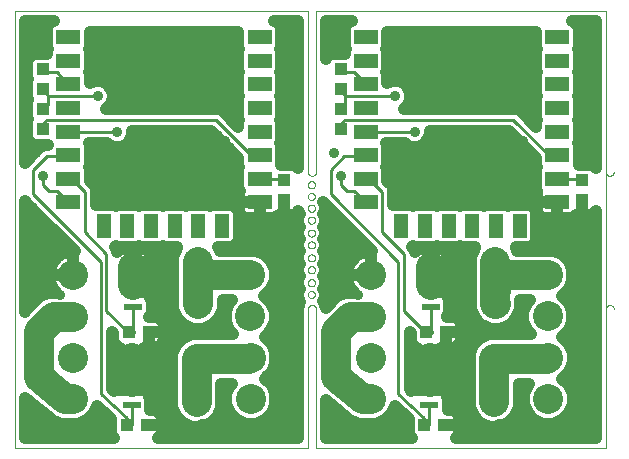
<source format=gtl>
G75*
%MOIN*%
%OFA0B0*%
%FSLAX25Y25*%
%IPPOS*%
%LPD*%
%AMOC8*
5,1,8,0,0,1.08239X$1,22.5*
%
%ADD10C,0.00000*%
%ADD11R,0.07874X0.04724*%
%ADD12R,0.04724X0.07874*%
%ADD13R,0.06000X0.02400*%
%ADD14C,0.10000*%
%ADD15R,0.04331X0.03937*%
%ADD16R,0.03937X0.04331*%
%ADD17C,0.01000*%
%ADD18C,0.03562*%
%ADD19C,0.10000*%
%ADD20C,0.01600*%
%ADD21C,0.03600*%
%ADD22C,0.04000*%
D10*
X0003787Y0004287D02*
X0003787Y0149957D01*
X0101425Y0149957D01*
X0101425Y0096413D01*
X0101427Y0096340D01*
X0101433Y0096267D01*
X0101443Y0096194D01*
X0101456Y0096122D01*
X0101474Y0096050D01*
X0101495Y0095980D01*
X0101520Y0095911D01*
X0101548Y0095844D01*
X0101580Y0095778D01*
X0101616Y0095713D01*
X0101655Y0095651D01*
X0101697Y0095591D01*
X0101742Y0095533D01*
X0101790Y0095478D01*
X0101842Y0095426D01*
X0101896Y0095376D01*
X0101952Y0095329D01*
X0102011Y0095285D01*
X0102072Y0095245D01*
X0102135Y0095208D01*
X0102200Y0095174D01*
X0102267Y0095143D01*
X0102336Y0095117D01*
X0102405Y0095094D01*
X0102476Y0095074D01*
X0102548Y0095059D01*
X0102620Y0095047D01*
X0102693Y0095039D01*
X0102766Y0095035D01*
X0102840Y0095035D01*
X0102913Y0095039D01*
X0102986Y0095047D01*
X0103058Y0095059D01*
X0103130Y0095074D01*
X0103201Y0095094D01*
X0103270Y0095117D01*
X0103339Y0095143D01*
X0103406Y0095174D01*
X0103471Y0095208D01*
X0103534Y0095245D01*
X0103595Y0095285D01*
X0103654Y0095329D01*
X0103710Y0095376D01*
X0103764Y0095426D01*
X0103816Y0095478D01*
X0103864Y0095533D01*
X0103909Y0095591D01*
X0103951Y0095651D01*
X0103990Y0095713D01*
X0104026Y0095778D01*
X0104058Y0095844D01*
X0104086Y0095911D01*
X0104111Y0095980D01*
X0104132Y0096050D01*
X0104150Y0096122D01*
X0104163Y0096194D01*
X0104173Y0096267D01*
X0104179Y0096340D01*
X0104181Y0096413D01*
X0104181Y0149957D01*
X0200638Y0149957D01*
X0200638Y0096413D01*
X0200638Y0050744D01*
X0200638Y0004287D01*
X0104181Y0004287D01*
X0104181Y0050744D01*
X0104169Y0050816D01*
X0104153Y0050888D01*
X0104133Y0050959D01*
X0104109Y0051029D01*
X0104082Y0051097D01*
X0104051Y0051164D01*
X0104016Y0051229D01*
X0103978Y0051293D01*
X0103937Y0051354D01*
X0103893Y0051413D01*
X0103846Y0051469D01*
X0103796Y0051523D01*
X0103743Y0051574D01*
X0103687Y0051622D01*
X0103629Y0051668D01*
X0103568Y0051710D01*
X0103506Y0051749D01*
X0103441Y0051784D01*
X0103375Y0051816D01*
X0103307Y0051845D01*
X0103238Y0051869D01*
X0103167Y0051891D01*
X0103095Y0051908D01*
X0103023Y0051921D01*
X0102950Y0051931D01*
X0102877Y0051937D01*
X0102803Y0051939D01*
X0102729Y0051937D01*
X0102656Y0051931D01*
X0102583Y0051921D01*
X0102511Y0051908D01*
X0102439Y0051891D01*
X0102368Y0051869D01*
X0102299Y0051845D01*
X0102231Y0051816D01*
X0102165Y0051784D01*
X0102100Y0051749D01*
X0102038Y0051710D01*
X0101977Y0051668D01*
X0101919Y0051622D01*
X0101863Y0051574D01*
X0101810Y0051523D01*
X0101760Y0051469D01*
X0101713Y0051413D01*
X0101669Y0051354D01*
X0101628Y0051293D01*
X0101590Y0051229D01*
X0101555Y0051164D01*
X0101524Y0051097D01*
X0101497Y0051029D01*
X0101473Y0050959D01*
X0101453Y0050888D01*
X0101437Y0050816D01*
X0101425Y0050744D01*
X0101425Y0004287D01*
X0003787Y0004287D01*
X0101425Y0055469D02*
X0101427Y0055538D01*
X0101433Y0055606D01*
X0101443Y0055674D01*
X0101457Y0055741D01*
X0101475Y0055808D01*
X0101496Y0055873D01*
X0101522Y0055937D01*
X0101551Y0055999D01*
X0101583Y0056059D01*
X0101619Y0056118D01*
X0101659Y0056174D01*
X0101701Y0056228D01*
X0101747Y0056279D01*
X0101796Y0056328D01*
X0101847Y0056374D01*
X0101901Y0056416D01*
X0101957Y0056456D01*
X0102015Y0056492D01*
X0102076Y0056524D01*
X0102138Y0056553D01*
X0102202Y0056579D01*
X0102267Y0056600D01*
X0102334Y0056618D01*
X0102401Y0056632D01*
X0102469Y0056642D01*
X0102537Y0056648D01*
X0102606Y0056650D01*
X0102675Y0056648D01*
X0102743Y0056642D01*
X0102811Y0056632D01*
X0102878Y0056618D01*
X0102945Y0056600D01*
X0103010Y0056579D01*
X0103074Y0056553D01*
X0103136Y0056524D01*
X0103196Y0056492D01*
X0103255Y0056456D01*
X0103311Y0056416D01*
X0103365Y0056374D01*
X0103416Y0056328D01*
X0103465Y0056279D01*
X0103511Y0056228D01*
X0103553Y0056174D01*
X0103593Y0056118D01*
X0103629Y0056059D01*
X0103661Y0055999D01*
X0103690Y0055937D01*
X0103716Y0055873D01*
X0103737Y0055808D01*
X0103755Y0055741D01*
X0103769Y0055674D01*
X0103779Y0055606D01*
X0103785Y0055538D01*
X0103787Y0055469D01*
X0103785Y0055400D01*
X0103779Y0055332D01*
X0103769Y0055264D01*
X0103755Y0055197D01*
X0103737Y0055130D01*
X0103716Y0055065D01*
X0103690Y0055001D01*
X0103661Y0054939D01*
X0103629Y0054878D01*
X0103593Y0054820D01*
X0103553Y0054764D01*
X0103511Y0054710D01*
X0103465Y0054659D01*
X0103416Y0054610D01*
X0103365Y0054564D01*
X0103311Y0054522D01*
X0103255Y0054482D01*
X0103197Y0054446D01*
X0103136Y0054414D01*
X0103074Y0054385D01*
X0103010Y0054359D01*
X0102945Y0054338D01*
X0102878Y0054320D01*
X0102811Y0054306D01*
X0102743Y0054296D01*
X0102675Y0054290D01*
X0102606Y0054288D01*
X0102537Y0054290D01*
X0102469Y0054296D01*
X0102401Y0054306D01*
X0102334Y0054320D01*
X0102267Y0054338D01*
X0102202Y0054359D01*
X0102138Y0054385D01*
X0102076Y0054414D01*
X0102015Y0054446D01*
X0101957Y0054482D01*
X0101901Y0054522D01*
X0101847Y0054564D01*
X0101796Y0054610D01*
X0101747Y0054659D01*
X0101701Y0054710D01*
X0101659Y0054764D01*
X0101619Y0054820D01*
X0101583Y0054878D01*
X0101551Y0054939D01*
X0101522Y0055001D01*
X0101496Y0055065D01*
X0101475Y0055130D01*
X0101457Y0055197D01*
X0101443Y0055264D01*
X0101433Y0055332D01*
X0101427Y0055400D01*
X0101425Y0055469D01*
X0101425Y0059406D02*
X0101427Y0059475D01*
X0101433Y0059543D01*
X0101443Y0059611D01*
X0101457Y0059678D01*
X0101475Y0059745D01*
X0101496Y0059810D01*
X0101522Y0059874D01*
X0101551Y0059936D01*
X0101583Y0059996D01*
X0101619Y0060055D01*
X0101659Y0060111D01*
X0101701Y0060165D01*
X0101747Y0060216D01*
X0101796Y0060265D01*
X0101847Y0060311D01*
X0101901Y0060353D01*
X0101957Y0060393D01*
X0102015Y0060429D01*
X0102076Y0060461D01*
X0102138Y0060490D01*
X0102202Y0060516D01*
X0102267Y0060537D01*
X0102334Y0060555D01*
X0102401Y0060569D01*
X0102469Y0060579D01*
X0102537Y0060585D01*
X0102606Y0060587D01*
X0102675Y0060585D01*
X0102743Y0060579D01*
X0102811Y0060569D01*
X0102878Y0060555D01*
X0102945Y0060537D01*
X0103010Y0060516D01*
X0103074Y0060490D01*
X0103136Y0060461D01*
X0103196Y0060429D01*
X0103255Y0060393D01*
X0103311Y0060353D01*
X0103365Y0060311D01*
X0103416Y0060265D01*
X0103465Y0060216D01*
X0103511Y0060165D01*
X0103553Y0060111D01*
X0103593Y0060055D01*
X0103629Y0059996D01*
X0103661Y0059936D01*
X0103690Y0059874D01*
X0103716Y0059810D01*
X0103737Y0059745D01*
X0103755Y0059678D01*
X0103769Y0059611D01*
X0103779Y0059543D01*
X0103785Y0059475D01*
X0103787Y0059406D01*
X0103785Y0059337D01*
X0103779Y0059269D01*
X0103769Y0059201D01*
X0103755Y0059134D01*
X0103737Y0059067D01*
X0103716Y0059002D01*
X0103690Y0058938D01*
X0103661Y0058876D01*
X0103629Y0058815D01*
X0103593Y0058757D01*
X0103553Y0058701D01*
X0103511Y0058647D01*
X0103465Y0058596D01*
X0103416Y0058547D01*
X0103365Y0058501D01*
X0103311Y0058459D01*
X0103255Y0058419D01*
X0103197Y0058383D01*
X0103136Y0058351D01*
X0103074Y0058322D01*
X0103010Y0058296D01*
X0102945Y0058275D01*
X0102878Y0058257D01*
X0102811Y0058243D01*
X0102743Y0058233D01*
X0102675Y0058227D01*
X0102606Y0058225D01*
X0102537Y0058227D01*
X0102469Y0058233D01*
X0102401Y0058243D01*
X0102334Y0058257D01*
X0102267Y0058275D01*
X0102202Y0058296D01*
X0102138Y0058322D01*
X0102076Y0058351D01*
X0102015Y0058383D01*
X0101957Y0058419D01*
X0101901Y0058459D01*
X0101847Y0058501D01*
X0101796Y0058547D01*
X0101747Y0058596D01*
X0101701Y0058647D01*
X0101659Y0058701D01*
X0101619Y0058757D01*
X0101583Y0058815D01*
X0101551Y0058876D01*
X0101522Y0058938D01*
X0101496Y0059002D01*
X0101475Y0059067D01*
X0101457Y0059134D01*
X0101443Y0059201D01*
X0101433Y0059269D01*
X0101427Y0059337D01*
X0101425Y0059406D01*
X0101425Y0063736D02*
X0101427Y0063805D01*
X0101433Y0063873D01*
X0101443Y0063941D01*
X0101457Y0064008D01*
X0101475Y0064075D01*
X0101496Y0064140D01*
X0101522Y0064204D01*
X0101551Y0064266D01*
X0101583Y0064326D01*
X0101619Y0064385D01*
X0101659Y0064441D01*
X0101701Y0064495D01*
X0101747Y0064546D01*
X0101796Y0064595D01*
X0101847Y0064641D01*
X0101901Y0064683D01*
X0101957Y0064723D01*
X0102015Y0064759D01*
X0102076Y0064791D01*
X0102138Y0064820D01*
X0102202Y0064846D01*
X0102267Y0064867D01*
X0102334Y0064885D01*
X0102401Y0064899D01*
X0102469Y0064909D01*
X0102537Y0064915D01*
X0102606Y0064917D01*
X0102675Y0064915D01*
X0102743Y0064909D01*
X0102811Y0064899D01*
X0102878Y0064885D01*
X0102945Y0064867D01*
X0103010Y0064846D01*
X0103074Y0064820D01*
X0103136Y0064791D01*
X0103196Y0064759D01*
X0103255Y0064723D01*
X0103311Y0064683D01*
X0103365Y0064641D01*
X0103416Y0064595D01*
X0103465Y0064546D01*
X0103511Y0064495D01*
X0103553Y0064441D01*
X0103593Y0064385D01*
X0103629Y0064326D01*
X0103661Y0064266D01*
X0103690Y0064204D01*
X0103716Y0064140D01*
X0103737Y0064075D01*
X0103755Y0064008D01*
X0103769Y0063941D01*
X0103779Y0063873D01*
X0103785Y0063805D01*
X0103787Y0063736D01*
X0103785Y0063667D01*
X0103779Y0063599D01*
X0103769Y0063531D01*
X0103755Y0063464D01*
X0103737Y0063397D01*
X0103716Y0063332D01*
X0103690Y0063268D01*
X0103661Y0063206D01*
X0103629Y0063145D01*
X0103593Y0063087D01*
X0103553Y0063031D01*
X0103511Y0062977D01*
X0103465Y0062926D01*
X0103416Y0062877D01*
X0103365Y0062831D01*
X0103311Y0062789D01*
X0103255Y0062749D01*
X0103197Y0062713D01*
X0103136Y0062681D01*
X0103074Y0062652D01*
X0103010Y0062626D01*
X0102945Y0062605D01*
X0102878Y0062587D01*
X0102811Y0062573D01*
X0102743Y0062563D01*
X0102675Y0062557D01*
X0102606Y0062555D01*
X0102537Y0062557D01*
X0102469Y0062563D01*
X0102401Y0062573D01*
X0102334Y0062587D01*
X0102267Y0062605D01*
X0102202Y0062626D01*
X0102138Y0062652D01*
X0102076Y0062681D01*
X0102015Y0062713D01*
X0101957Y0062749D01*
X0101901Y0062789D01*
X0101847Y0062831D01*
X0101796Y0062877D01*
X0101747Y0062926D01*
X0101701Y0062977D01*
X0101659Y0063031D01*
X0101619Y0063087D01*
X0101583Y0063145D01*
X0101551Y0063206D01*
X0101522Y0063268D01*
X0101496Y0063332D01*
X0101475Y0063397D01*
X0101457Y0063464D01*
X0101443Y0063531D01*
X0101433Y0063599D01*
X0101427Y0063667D01*
X0101425Y0063736D01*
X0101425Y0067673D02*
X0101427Y0067742D01*
X0101433Y0067810D01*
X0101443Y0067878D01*
X0101457Y0067945D01*
X0101475Y0068012D01*
X0101496Y0068077D01*
X0101522Y0068141D01*
X0101551Y0068203D01*
X0101583Y0068263D01*
X0101619Y0068322D01*
X0101659Y0068378D01*
X0101701Y0068432D01*
X0101747Y0068483D01*
X0101796Y0068532D01*
X0101847Y0068578D01*
X0101901Y0068620D01*
X0101957Y0068660D01*
X0102015Y0068696D01*
X0102076Y0068728D01*
X0102138Y0068757D01*
X0102202Y0068783D01*
X0102267Y0068804D01*
X0102334Y0068822D01*
X0102401Y0068836D01*
X0102469Y0068846D01*
X0102537Y0068852D01*
X0102606Y0068854D01*
X0102675Y0068852D01*
X0102743Y0068846D01*
X0102811Y0068836D01*
X0102878Y0068822D01*
X0102945Y0068804D01*
X0103010Y0068783D01*
X0103074Y0068757D01*
X0103136Y0068728D01*
X0103196Y0068696D01*
X0103255Y0068660D01*
X0103311Y0068620D01*
X0103365Y0068578D01*
X0103416Y0068532D01*
X0103465Y0068483D01*
X0103511Y0068432D01*
X0103553Y0068378D01*
X0103593Y0068322D01*
X0103629Y0068263D01*
X0103661Y0068203D01*
X0103690Y0068141D01*
X0103716Y0068077D01*
X0103737Y0068012D01*
X0103755Y0067945D01*
X0103769Y0067878D01*
X0103779Y0067810D01*
X0103785Y0067742D01*
X0103787Y0067673D01*
X0103785Y0067604D01*
X0103779Y0067536D01*
X0103769Y0067468D01*
X0103755Y0067401D01*
X0103737Y0067334D01*
X0103716Y0067269D01*
X0103690Y0067205D01*
X0103661Y0067143D01*
X0103629Y0067082D01*
X0103593Y0067024D01*
X0103553Y0066968D01*
X0103511Y0066914D01*
X0103465Y0066863D01*
X0103416Y0066814D01*
X0103365Y0066768D01*
X0103311Y0066726D01*
X0103255Y0066686D01*
X0103197Y0066650D01*
X0103136Y0066618D01*
X0103074Y0066589D01*
X0103010Y0066563D01*
X0102945Y0066542D01*
X0102878Y0066524D01*
X0102811Y0066510D01*
X0102743Y0066500D01*
X0102675Y0066494D01*
X0102606Y0066492D01*
X0102537Y0066494D01*
X0102469Y0066500D01*
X0102401Y0066510D01*
X0102334Y0066524D01*
X0102267Y0066542D01*
X0102202Y0066563D01*
X0102138Y0066589D01*
X0102076Y0066618D01*
X0102015Y0066650D01*
X0101957Y0066686D01*
X0101901Y0066726D01*
X0101847Y0066768D01*
X0101796Y0066814D01*
X0101747Y0066863D01*
X0101701Y0066914D01*
X0101659Y0066968D01*
X0101619Y0067024D01*
X0101583Y0067082D01*
X0101551Y0067143D01*
X0101522Y0067205D01*
X0101496Y0067269D01*
X0101475Y0067334D01*
X0101457Y0067401D01*
X0101443Y0067468D01*
X0101433Y0067536D01*
X0101427Y0067604D01*
X0101425Y0067673D01*
X0101425Y0072004D02*
X0101427Y0072073D01*
X0101433Y0072141D01*
X0101443Y0072209D01*
X0101457Y0072276D01*
X0101475Y0072343D01*
X0101496Y0072408D01*
X0101522Y0072472D01*
X0101551Y0072534D01*
X0101583Y0072594D01*
X0101619Y0072653D01*
X0101659Y0072709D01*
X0101701Y0072763D01*
X0101747Y0072814D01*
X0101796Y0072863D01*
X0101847Y0072909D01*
X0101901Y0072951D01*
X0101957Y0072991D01*
X0102015Y0073027D01*
X0102076Y0073059D01*
X0102138Y0073088D01*
X0102202Y0073114D01*
X0102267Y0073135D01*
X0102334Y0073153D01*
X0102401Y0073167D01*
X0102469Y0073177D01*
X0102537Y0073183D01*
X0102606Y0073185D01*
X0102675Y0073183D01*
X0102743Y0073177D01*
X0102811Y0073167D01*
X0102878Y0073153D01*
X0102945Y0073135D01*
X0103010Y0073114D01*
X0103074Y0073088D01*
X0103136Y0073059D01*
X0103196Y0073027D01*
X0103255Y0072991D01*
X0103311Y0072951D01*
X0103365Y0072909D01*
X0103416Y0072863D01*
X0103465Y0072814D01*
X0103511Y0072763D01*
X0103553Y0072709D01*
X0103593Y0072653D01*
X0103629Y0072594D01*
X0103661Y0072534D01*
X0103690Y0072472D01*
X0103716Y0072408D01*
X0103737Y0072343D01*
X0103755Y0072276D01*
X0103769Y0072209D01*
X0103779Y0072141D01*
X0103785Y0072073D01*
X0103787Y0072004D01*
X0103785Y0071935D01*
X0103779Y0071867D01*
X0103769Y0071799D01*
X0103755Y0071732D01*
X0103737Y0071665D01*
X0103716Y0071600D01*
X0103690Y0071536D01*
X0103661Y0071474D01*
X0103629Y0071413D01*
X0103593Y0071355D01*
X0103553Y0071299D01*
X0103511Y0071245D01*
X0103465Y0071194D01*
X0103416Y0071145D01*
X0103365Y0071099D01*
X0103311Y0071057D01*
X0103255Y0071017D01*
X0103197Y0070981D01*
X0103136Y0070949D01*
X0103074Y0070920D01*
X0103010Y0070894D01*
X0102945Y0070873D01*
X0102878Y0070855D01*
X0102811Y0070841D01*
X0102743Y0070831D01*
X0102675Y0070825D01*
X0102606Y0070823D01*
X0102537Y0070825D01*
X0102469Y0070831D01*
X0102401Y0070841D01*
X0102334Y0070855D01*
X0102267Y0070873D01*
X0102202Y0070894D01*
X0102138Y0070920D01*
X0102076Y0070949D01*
X0102015Y0070981D01*
X0101957Y0071017D01*
X0101901Y0071057D01*
X0101847Y0071099D01*
X0101796Y0071145D01*
X0101747Y0071194D01*
X0101701Y0071245D01*
X0101659Y0071299D01*
X0101619Y0071355D01*
X0101583Y0071413D01*
X0101551Y0071474D01*
X0101522Y0071536D01*
X0101496Y0071600D01*
X0101475Y0071665D01*
X0101457Y0071732D01*
X0101443Y0071799D01*
X0101433Y0071867D01*
X0101427Y0071935D01*
X0101425Y0072004D01*
X0101425Y0075941D02*
X0101427Y0076010D01*
X0101433Y0076078D01*
X0101443Y0076146D01*
X0101457Y0076213D01*
X0101475Y0076280D01*
X0101496Y0076345D01*
X0101522Y0076409D01*
X0101551Y0076471D01*
X0101583Y0076531D01*
X0101619Y0076590D01*
X0101659Y0076646D01*
X0101701Y0076700D01*
X0101747Y0076751D01*
X0101796Y0076800D01*
X0101847Y0076846D01*
X0101901Y0076888D01*
X0101957Y0076928D01*
X0102015Y0076964D01*
X0102076Y0076996D01*
X0102138Y0077025D01*
X0102202Y0077051D01*
X0102267Y0077072D01*
X0102334Y0077090D01*
X0102401Y0077104D01*
X0102469Y0077114D01*
X0102537Y0077120D01*
X0102606Y0077122D01*
X0102675Y0077120D01*
X0102743Y0077114D01*
X0102811Y0077104D01*
X0102878Y0077090D01*
X0102945Y0077072D01*
X0103010Y0077051D01*
X0103074Y0077025D01*
X0103136Y0076996D01*
X0103196Y0076964D01*
X0103255Y0076928D01*
X0103311Y0076888D01*
X0103365Y0076846D01*
X0103416Y0076800D01*
X0103465Y0076751D01*
X0103511Y0076700D01*
X0103553Y0076646D01*
X0103593Y0076590D01*
X0103629Y0076531D01*
X0103661Y0076471D01*
X0103690Y0076409D01*
X0103716Y0076345D01*
X0103737Y0076280D01*
X0103755Y0076213D01*
X0103769Y0076146D01*
X0103779Y0076078D01*
X0103785Y0076010D01*
X0103787Y0075941D01*
X0103785Y0075872D01*
X0103779Y0075804D01*
X0103769Y0075736D01*
X0103755Y0075669D01*
X0103737Y0075602D01*
X0103716Y0075537D01*
X0103690Y0075473D01*
X0103661Y0075411D01*
X0103629Y0075350D01*
X0103593Y0075292D01*
X0103553Y0075236D01*
X0103511Y0075182D01*
X0103465Y0075131D01*
X0103416Y0075082D01*
X0103365Y0075036D01*
X0103311Y0074994D01*
X0103255Y0074954D01*
X0103197Y0074918D01*
X0103136Y0074886D01*
X0103074Y0074857D01*
X0103010Y0074831D01*
X0102945Y0074810D01*
X0102878Y0074792D01*
X0102811Y0074778D01*
X0102743Y0074768D01*
X0102675Y0074762D01*
X0102606Y0074760D01*
X0102537Y0074762D01*
X0102469Y0074768D01*
X0102401Y0074778D01*
X0102334Y0074792D01*
X0102267Y0074810D01*
X0102202Y0074831D01*
X0102138Y0074857D01*
X0102076Y0074886D01*
X0102015Y0074918D01*
X0101957Y0074954D01*
X0101901Y0074994D01*
X0101847Y0075036D01*
X0101796Y0075082D01*
X0101747Y0075131D01*
X0101701Y0075182D01*
X0101659Y0075236D01*
X0101619Y0075292D01*
X0101583Y0075350D01*
X0101551Y0075411D01*
X0101522Y0075473D01*
X0101496Y0075537D01*
X0101475Y0075602D01*
X0101457Y0075669D01*
X0101443Y0075736D01*
X0101433Y0075804D01*
X0101427Y0075872D01*
X0101425Y0075941D01*
X0101425Y0080272D02*
X0101427Y0080341D01*
X0101433Y0080409D01*
X0101443Y0080477D01*
X0101457Y0080544D01*
X0101475Y0080611D01*
X0101496Y0080676D01*
X0101522Y0080740D01*
X0101551Y0080802D01*
X0101583Y0080862D01*
X0101619Y0080921D01*
X0101659Y0080977D01*
X0101701Y0081031D01*
X0101747Y0081082D01*
X0101796Y0081131D01*
X0101847Y0081177D01*
X0101901Y0081219D01*
X0101957Y0081259D01*
X0102015Y0081295D01*
X0102076Y0081327D01*
X0102138Y0081356D01*
X0102202Y0081382D01*
X0102267Y0081403D01*
X0102334Y0081421D01*
X0102401Y0081435D01*
X0102469Y0081445D01*
X0102537Y0081451D01*
X0102606Y0081453D01*
X0102675Y0081451D01*
X0102743Y0081445D01*
X0102811Y0081435D01*
X0102878Y0081421D01*
X0102945Y0081403D01*
X0103010Y0081382D01*
X0103074Y0081356D01*
X0103136Y0081327D01*
X0103196Y0081295D01*
X0103255Y0081259D01*
X0103311Y0081219D01*
X0103365Y0081177D01*
X0103416Y0081131D01*
X0103465Y0081082D01*
X0103511Y0081031D01*
X0103553Y0080977D01*
X0103593Y0080921D01*
X0103629Y0080862D01*
X0103661Y0080802D01*
X0103690Y0080740D01*
X0103716Y0080676D01*
X0103737Y0080611D01*
X0103755Y0080544D01*
X0103769Y0080477D01*
X0103779Y0080409D01*
X0103785Y0080341D01*
X0103787Y0080272D01*
X0103785Y0080203D01*
X0103779Y0080135D01*
X0103769Y0080067D01*
X0103755Y0080000D01*
X0103737Y0079933D01*
X0103716Y0079868D01*
X0103690Y0079804D01*
X0103661Y0079742D01*
X0103629Y0079681D01*
X0103593Y0079623D01*
X0103553Y0079567D01*
X0103511Y0079513D01*
X0103465Y0079462D01*
X0103416Y0079413D01*
X0103365Y0079367D01*
X0103311Y0079325D01*
X0103255Y0079285D01*
X0103197Y0079249D01*
X0103136Y0079217D01*
X0103074Y0079188D01*
X0103010Y0079162D01*
X0102945Y0079141D01*
X0102878Y0079123D01*
X0102811Y0079109D01*
X0102743Y0079099D01*
X0102675Y0079093D01*
X0102606Y0079091D01*
X0102537Y0079093D01*
X0102469Y0079099D01*
X0102401Y0079109D01*
X0102334Y0079123D01*
X0102267Y0079141D01*
X0102202Y0079162D01*
X0102138Y0079188D01*
X0102076Y0079217D01*
X0102015Y0079249D01*
X0101957Y0079285D01*
X0101901Y0079325D01*
X0101847Y0079367D01*
X0101796Y0079413D01*
X0101747Y0079462D01*
X0101701Y0079513D01*
X0101659Y0079567D01*
X0101619Y0079623D01*
X0101583Y0079681D01*
X0101551Y0079742D01*
X0101522Y0079804D01*
X0101496Y0079868D01*
X0101475Y0079933D01*
X0101457Y0080000D01*
X0101443Y0080067D01*
X0101433Y0080135D01*
X0101427Y0080203D01*
X0101425Y0080272D01*
X0101425Y0084209D02*
X0101427Y0084278D01*
X0101433Y0084346D01*
X0101443Y0084414D01*
X0101457Y0084481D01*
X0101475Y0084548D01*
X0101496Y0084613D01*
X0101522Y0084677D01*
X0101551Y0084739D01*
X0101583Y0084799D01*
X0101619Y0084858D01*
X0101659Y0084914D01*
X0101701Y0084968D01*
X0101747Y0085019D01*
X0101796Y0085068D01*
X0101847Y0085114D01*
X0101901Y0085156D01*
X0101957Y0085196D01*
X0102015Y0085232D01*
X0102076Y0085264D01*
X0102138Y0085293D01*
X0102202Y0085319D01*
X0102267Y0085340D01*
X0102334Y0085358D01*
X0102401Y0085372D01*
X0102469Y0085382D01*
X0102537Y0085388D01*
X0102606Y0085390D01*
X0102675Y0085388D01*
X0102743Y0085382D01*
X0102811Y0085372D01*
X0102878Y0085358D01*
X0102945Y0085340D01*
X0103010Y0085319D01*
X0103074Y0085293D01*
X0103136Y0085264D01*
X0103196Y0085232D01*
X0103255Y0085196D01*
X0103311Y0085156D01*
X0103365Y0085114D01*
X0103416Y0085068D01*
X0103465Y0085019D01*
X0103511Y0084968D01*
X0103553Y0084914D01*
X0103593Y0084858D01*
X0103629Y0084799D01*
X0103661Y0084739D01*
X0103690Y0084677D01*
X0103716Y0084613D01*
X0103737Y0084548D01*
X0103755Y0084481D01*
X0103769Y0084414D01*
X0103779Y0084346D01*
X0103785Y0084278D01*
X0103787Y0084209D01*
X0103785Y0084140D01*
X0103779Y0084072D01*
X0103769Y0084004D01*
X0103755Y0083937D01*
X0103737Y0083870D01*
X0103716Y0083805D01*
X0103690Y0083741D01*
X0103661Y0083679D01*
X0103629Y0083618D01*
X0103593Y0083560D01*
X0103553Y0083504D01*
X0103511Y0083450D01*
X0103465Y0083399D01*
X0103416Y0083350D01*
X0103365Y0083304D01*
X0103311Y0083262D01*
X0103255Y0083222D01*
X0103197Y0083186D01*
X0103136Y0083154D01*
X0103074Y0083125D01*
X0103010Y0083099D01*
X0102945Y0083078D01*
X0102878Y0083060D01*
X0102811Y0083046D01*
X0102743Y0083036D01*
X0102675Y0083030D01*
X0102606Y0083028D01*
X0102537Y0083030D01*
X0102469Y0083036D01*
X0102401Y0083046D01*
X0102334Y0083060D01*
X0102267Y0083078D01*
X0102202Y0083099D01*
X0102138Y0083125D01*
X0102076Y0083154D01*
X0102015Y0083186D01*
X0101957Y0083222D01*
X0101901Y0083262D01*
X0101847Y0083304D01*
X0101796Y0083350D01*
X0101747Y0083399D01*
X0101701Y0083450D01*
X0101659Y0083504D01*
X0101619Y0083560D01*
X0101583Y0083618D01*
X0101551Y0083679D01*
X0101522Y0083741D01*
X0101496Y0083805D01*
X0101475Y0083870D01*
X0101457Y0083937D01*
X0101443Y0084004D01*
X0101433Y0084072D01*
X0101427Y0084140D01*
X0101425Y0084209D01*
X0101425Y0088146D02*
X0101427Y0088215D01*
X0101433Y0088283D01*
X0101443Y0088351D01*
X0101457Y0088418D01*
X0101475Y0088485D01*
X0101496Y0088550D01*
X0101522Y0088614D01*
X0101551Y0088676D01*
X0101583Y0088736D01*
X0101619Y0088795D01*
X0101659Y0088851D01*
X0101701Y0088905D01*
X0101747Y0088956D01*
X0101796Y0089005D01*
X0101847Y0089051D01*
X0101901Y0089093D01*
X0101957Y0089133D01*
X0102015Y0089169D01*
X0102076Y0089201D01*
X0102138Y0089230D01*
X0102202Y0089256D01*
X0102267Y0089277D01*
X0102334Y0089295D01*
X0102401Y0089309D01*
X0102469Y0089319D01*
X0102537Y0089325D01*
X0102606Y0089327D01*
X0102675Y0089325D01*
X0102743Y0089319D01*
X0102811Y0089309D01*
X0102878Y0089295D01*
X0102945Y0089277D01*
X0103010Y0089256D01*
X0103074Y0089230D01*
X0103136Y0089201D01*
X0103196Y0089169D01*
X0103255Y0089133D01*
X0103311Y0089093D01*
X0103365Y0089051D01*
X0103416Y0089005D01*
X0103465Y0088956D01*
X0103511Y0088905D01*
X0103553Y0088851D01*
X0103593Y0088795D01*
X0103629Y0088736D01*
X0103661Y0088676D01*
X0103690Y0088614D01*
X0103716Y0088550D01*
X0103737Y0088485D01*
X0103755Y0088418D01*
X0103769Y0088351D01*
X0103779Y0088283D01*
X0103785Y0088215D01*
X0103787Y0088146D01*
X0103785Y0088077D01*
X0103779Y0088009D01*
X0103769Y0087941D01*
X0103755Y0087874D01*
X0103737Y0087807D01*
X0103716Y0087742D01*
X0103690Y0087678D01*
X0103661Y0087616D01*
X0103629Y0087555D01*
X0103593Y0087497D01*
X0103553Y0087441D01*
X0103511Y0087387D01*
X0103465Y0087336D01*
X0103416Y0087287D01*
X0103365Y0087241D01*
X0103311Y0087199D01*
X0103255Y0087159D01*
X0103197Y0087123D01*
X0103136Y0087091D01*
X0103074Y0087062D01*
X0103010Y0087036D01*
X0102945Y0087015D01*
X0102878Y0086997D01*
X0102811Y0086983D01*
X0102743Y0086973D01*
X0102675Y0086967D01*
X0102606Y0086965D01*
X0102537Y0086967D01*
X0102469Y0086973D01*
X0102401Y0086983D01*
X0102334Y0086997D01*
X0102267Y0087015D01*
X0102202Y0087036D01*
X0102138Y0087062D01*
X0102076Y0087091D01*
X0102015Y0087123D01*
X0101957Y0087159D01*
X0101901Y0087199D01*
X0101847Y0087241D01*
X0101796Y0087287D01*
X0101747Y0087336D01*
X0101701Y0087387D01*
X0101659Y0087441D01*
X0101619Y0087497D01*
X0101583Y0087555D01*
X0101551Y0087616D01*
X0101522Y0087678D01*
X0101496Y0087742D01*
X0101475Y0087807D01*
X0101457Y0087874D01*
X0101443Y0087941D01*
X0101433Y0088009D01*
X0101427Y0088077D01*
X0101425Y0088146D01*
X0101425Y0092083D02*
X0101427Y0092152D01*
X0101433Y0092220D01*
X0101443Y0092288D01*
X0101457Y0092355D01*
X0101475Y0092422D01*
X0101496Y0092487D01*
X0101522Y0092551D01*
X0101551Y0092613D01*
X0101583Y0092673D01*
X0101619Y0092732D01*
X0101659Y0092788D01*
X0101701Y0092842D01*
X0101747Y0092893D01*
X0101796Y0092942D01*
X0101847Y0092988D01*
X0101901Y0093030D01*
X0101957Y0093070D01*
X0102015Y0093106D01*
X0102076Y0093138D01*
X0102138Y0093167D01*
X0102202Y0093193D01*
X0102267Y0093214D01*
X0102334Y0093232D01*
X0102401Y0093246D01*
X0102469Y0093256D01*
X0102537Y0093262D01*
X0102606Y0093264D01*
X0102675Y0093262D01*
X0102743Y0093256D01*
X0102811Y0093246D01*
X0102878Y0093232D01*
X0102945Y0093214D01*
X0103010Y0093193D01*
X0103074Y0093167D01*
X0103136Y0093138D01*
X0103196Y0093106D01*
X0103255Y0093070D01*
X0103311Y0093030D01*
X0103365Y0092988D01*
X0103416Y0092942D01*
X0103465Y0092893D01*
X0103511Y0092842D01*
X0103553Y0092788D01*
X0103593Y0092732D01*
X0103629Y0092673D01*
X0103661Y0092613D01*
X0103690Y0092551D01*
X0103716Y0092487D01*
X0103737Y0092422D01*
X0103755Y0092355D01*
X0103769Y0092288D01*
X0103779Y0092220D01*
X0103785Y0092152D01*
X0103787Y0092083D01*
X0103785Y0092014D01*
X0103779Y0091946D01*
X0103769Y0091878D01*
X0103755Y0091811D01*
X0103737Y0091744D01*
X0103716Y0091679D01*
X0103690Y0091615D01*
X0103661Y0091553D01*
X0103629Y0091492D01*
X0103593Y0091434D01*
X0103553Y0091378D01*
X0103511Y0091324D01*
X0103465Y0091273D01*
X0103416Y0091224D01*
X0103365Y0091178D01*
X0103311Y0091136D01*
X0103255Y0091096D01*
X0103197Y0091060D01*
X0103136Y0091028D01*
X0103074Y0090999D01*
X0103010Y0090973D01*
X0102945Y0090952D01*
X0102878Y0090934D01*
X0102811Y0090920D01*
X0102743Y0090910D01*
X0102675Y0090904D01*
X0102606Y0090902D01*
X0102537Y0090904D01*
X0102469Y0090910D01*
X0102401Y0090920D01*
X0102334Y0090934D01*
X0102267Y0090952D01*
X0102202Y0090973D01*
X0102138Y0090999D01*
X0102076Y0091028D01*
X0102015Y0091060D01*
X0101957Y0091096D01*
X0101901Y0091136D01*
X0101847Y0091178D01*
X0101796Y0091224D01*
X0101747Y0091273D01*
X0101701Y0091324D01*
X0101659Y0091378D01*
X0101619Y0091434D01*
X0101583Y0091492D01*
X0101551Y0091553D01*
X0101522Y0091615D01*
X0101496Y0091679D01*
X0101475Y0091744D01*
X0101457Y0091811D01*
X0101443Y0091878D01*
X0101433Y0091946D01*
X0101427Y0092014D01*
X0101425Y0092083D01*
X0200638Y0096413D02*
X0200640Y0096340D01*
X0200646Y0096267D01*
X0200656Y0096194D01*
X0200669Y0096122D01*
X0200687Y0096050D01*
X0200708Y0095980D01*
X0200733Y0095911D01*
X0200761Y0095844D01*
X0200793Y0095778D01*
X0200829Y0095713D01*
X0200868Y0095651D01*
X0200910Y0095591D01*
X0200955Y0095533D01*
X0201003Y0095478D01*
X0201055Y0095426D01*
X0201109Y0095376D01*
X0201165Y0095329D01*
X0201224Y0095285D01*
X0201285Y0095245D01*
X0201348Y0095208D01*
X0201413Y0095174D01*
X0201480Y0095143D01*
X0201549Y0095117D01*
X0201618Y0095094D01*
X0201689Y0095074D01*
X0201761Y0095059D01*
X0201833Y0095047D01*
X0201906Y0095039D01*
X0201979Y0095035D01*
X0202053Y0095035D01*
X0202126Y0095039D01*
X0202199Y0095047D01*
X0202271Y0095059D01*
X0202343Y0095074D01*
X0202414Y0095094D01*
X0202483Y0095117D01*
X0202552Y0095143D01*
X0202619Y0095174D01*
X0202684Y0095208D01*
X0202747Y0095245D01*
X0202808Y0095285D01*
X0202867Y0095329D01*
X0202923Y0095376D01*
X0202977Y0095426D01*
X0203029Y0095478D01*
X0203077Y0095533D01*
X0203122Y0095591D01*
X0203164Y0095651D01*
X0203203Y0095713D01*
X0203239Y0095778D01*
X0203271Y0095844D01*
X0203299Y0095911D01*
X0203324Y0095980D01*
X0203345Y0096050D01*
X0203363Y0096122D01*
X0203376Y0096194D01*
X0203386Y0096267D01*
X0203392Y0096340D01*
X0203394Y0096413D01*
X0203394Y0050744D02*
X0203382Y0050816D01*
X0203366Y0050888D01*
X0203346Y0050959D01*
X0203322Y0051029D01*
X0203295Y0051097D01*
X0203264Y0051164D01*
X0203229Y0051229D01*
X0203191Y0051293D01*
X0203150Y0051354D01*
X0203106Y0051413D01*
X0203059Y0051469D01*
X0203009Y0051523D01*
X0202956Y0051574D01*
X0202900Y0051622D01*
X0202842Y0051668D01*
X0202781Y0051710D01*
X0202719Y0051749D01*
X0202654Y0051784D01*
X0202588Y0051816D01*
X0202520Y0051845D01*
X0202451Y0051869D01*
X0202380Y0051891D01*
X0202308Y0051908D01*
X0202236Y0051921D01*
X0202163Y0051931D01*
X0202090Y0051937D01*
X0202016Y0051939D01*
X0201942Y0051937D01*
X0201869Y0051931D01*
X0201796Y0051921D01*
X0201724Y0051908D01*
X0201652Y0051891D01*
X0201581Y0051869D01*
X0201512Y0051845D01*
X0201444Y0051816D01*
X0201378Y0051784D01*
X0201313Y0051749D01*
X0201251Y0051710D01*
X0201190Y0051668D01*
X0201132Y0051622D01*
X0201076Y0051574D01*
X0201023Y0051523D01*
X0200973Y0051469D01*
X0200926Y0051413D01*
X0200882Y0051354D01*
X0200841Y0051293D01*
X0200803Y0051229D01*
X0200768Y0051164D01*
X0200737Y0051097D01*
X0200710Y0051029D01*
X0200686Y0050959D01*
X0200666Y0050888D01*
X0200650Y0050816D01*
X0200638Y0050744D01*
D11*
X0184575Y0086177D03*
X0184575Y0094051D03*
X0184575Y0101925D03*
X0184575Y0109799D03*
X0184575Y0117673D03*
X0184575Y0125547D03*
X0184575Y0133421D03*
X0184575Y0141295D03*
X0120795Y0141295D03*
X0120795Y0133421D03*
X0120795Y0125547D03*
X0120795Y0117673D03*
X0120795Y0109799D03*
X0120795Y0101925D03*
X0120795Y0094051D03*
X0120795Y0086177D03*
X0085362Y0086177D03*
X0085362Y0094051D03*
X0085362Y0101925D03*
X0085362Y0109799D03*
X0085362Y0117673D03*
X0085362Y0125547D03*
X0085362Y0133421D03*
X0085362Y0141295D03*
X0021583Y0141295D03*
X0021583Y0133421D03*
X0021583Y0125547D03*
X0021583Y0117673D03*
X0021583Y0109799D03*
X0021583Y0101925D03*
X0021583Y0094051D03*
X0021583Y0086177D03*
D12*
X0033394Y0078303D03*
X0041268Y0078303D03*
X0049142Y0078303D03*
X0057016Y0078303D03*
X0064890Y0078303D03*
X0072764Y0078303D03*
X0132606Y0078303D03*
X0140480Y0078303D03*
X0148354Y0078303D03*
X0156228Y0078303D03*
X0164102Y0078303D03*
X0171976Y0078303D03*
D13*
X0163918Y0066433D03*
X0163918Y0061433D03*
X0163918Y0056433D03*
X0163918Y0051433D03*
X0163524Y0033677D03*
X0163524Y0028677D03*
X0163524Y0023677D03*
X0163524Y0018677D03*
X0141924Y0018677D03*
X0141924Y0023677D03*
X0141924Y0028677D03*
X0141924Y0033677D03*
X0142318Y0051433D03*
X0142318Y0056433D03*
X0142318Y0061433D03*
X0142318Y0066433D03*
X0064706Y0066433D03*
X0064706Y0061433D03*
X0064706Y0056433D03*
X0064706Y0051433D03*
X0064312Y0033677D03*
X0064312Y0028677D03*
X0064312Y0023677D03*
X0064312Y0018677D03*
X0042712Y0018677D03*
X0042712Y0023677D03*
X0042712Y0028677D03*
X0042712Y0033677D03*
X0043106Y0051433D03*
X0043106Y0056433D03*
X0043106Y0061433D03*
X0043106Y0066433D03*
D14*
X0023157Y0061846D03*
X0023157Y0048067D03*
X0023157Y0034366D03*
X0023157Y0020587D03*
X0082370Y0020587D03*
X0082370Y0034366D03*
X0082213Y0048146D03*
X0082213Y0061925D03*
X0122370Y0061846D03*
X0122370Y0048067D03*
X0122370Y0034366D03*
X0122370Y0020587D03*
X0181583Y0020587D03*
X0181583Y0034366D03*
X0181425Y0048146D03*
X0181425Y0061925D03*
D15*
X0192803Y0086925D03*
X0192803Y0093618D03*
X0112409Y0110547D03*
X0112409Y0117240D03*
X0112409Y0123854D03*
X0112409Y0130547D03*
X0093591Y0093618D03*
X0093591Y0086925D03*
X0013197Y0110547D03*
X0013197Y0117240D03*
X0013197Y0123854D03*
X0013197Y0130547D03*
D16*
X0041701Y0042909D03*
X0048394Y0042909D03*
X0047685Y0011965D03*
X0040992Y0011965D03*
X0140205Y0011965D03*
X0146898Y0011965D03*
X0147606Y0042909D03*
X0140913Y0042909D03*
D17*
X0140595Y0043116D01*
X0133395Y0049922D01*
X0133395Y0069103D01*
X0126195Y0076303D01*
X0126195Y0089803D01*
X0122595Y0093403D01*
X0120795Y0093403D01*
X0120795Y0094051D01*
X0116858Y0090114D02*
X0114417Y0090114D01*
X0112449Y0092083D01*
X0112449Y0094839D01*
X0109095Y0097003D02*
X0113595Y0101503D01*
X0120795Y0101503D01*
X0120795Y0101925D01*
X0120795Y0109603D02*
X0120795Y0109799D01*
X0120795Y0109603D02*
X0122595Y0109603D01*
X0137050Y0109715D01*
X0130559Y0121610D02*
X0113866Y0121610D01*
X0113866Y0118697D01*
X0112409Y0117240D01*
X0113630Y0113736D02*
X0169929Y0113736D01*
X0181740Y0101925D01*
X0184575Y0101925D01*
X0183795Y0101503D01*
X0183795Y0094303D02*
X0184575Y0094051D01*
X0192370Y0094051D01*
X0192803Y0093618D01*
X0181425Y0061925D02*
X0181095Y0061903D01*
X0163995Y0062072D02*
X0163918Y0061433D01*
X0163995Y0061172D01*
X0163995Y0056672D02*
X0163918Y0056433D01*
X0163995Y0055772D01*
X0163995Y0052172D02*
X0163918Y0051433D01*
X0147606Y0042909D02*
X0146895Y0043116D01*
X0142318Y0042909D02*
X0142318Y0051433D01*
X0141495Y0051272D01*
X0131595Y0066403D02*
X0109095Y0088903D01*
X0109095Y0097003D01*
X0116858Y0090114D02*
X0120795Y0086177D01*
X0120795Y0086203D01*
X0131595Y0066403D02*
X0131595Y0022360D01*
X0140202Y0014147D01*
X0140202Y0012347D01*
X0140205Y0011965D01*
X0141924Y0011965D01*
X0141924Y0018677D01*
X0124395Y0021403D02*
X0122370Y0020587D01*
X0122427Y0047897D02*
X0122370Y0048067D01*
X0082370Y0034366D02*
X0081883Y0034003D01*
X0064389Y0028547D02*
X0064312Y0028677D01*
X0064389Y0024047D02*
X0064312Y0023677D01*
X0064389Y0023147D01*
X0064389Y0019547D02*
X0064312Y0018677D01*
X0042712Y0018677D02*
X0042712Y0011965D01*
X0040992Y0011965D01*
X0040989Y0012347D01*
X0040989Y0014147D01*
X0032383Y0022360D01*
X0032383Y0066403D01*
X0009883Y0088903D01*
X0009883Y0097003D01*
X0014383Y0101503D01*
X0021583Y0101503D01*
X0021583Y0101925D01*
X0021583Y0109603D02*
X0021583Y0109799D01*
X0021583Y0109603D02*
X0023383Y0109603D01*
X0037838Y0109715D01*
X0031346Y0121610D02*
X0014654Y0121610D01*
X0014654Y0118697D01*
X0013197Y0117240D01*
X0014417Y0113736D02*
X0070717Y0113736D01*
X0082528Y0101925D01*
X0085362Y0101925D01*
X0084583Y0101503D01*
X0084583Y0094303D02*
X0085362Y0094051D01*
X0093157Y0094051D01*
X0093591Y0093618D01*
X0112409Y0110547D02*
X0112409Y0112516D01*
X0113630Y0113736D01*
X0113866Y0121610D02*
X0112409Y0123854D01*
X0117409Y0125547D02*
X0120795Y0125547D01*
X0116858Y0129484D01*
X0114024Y0129484D01*
X0112961Y0130547D01*
X0112409Y0130547D01*
X0120795Y0125547D02*
X0120795Y0124903D01*
X0122595Y0124903D01*
X0082213Y0061925D02*
X0081883Y0061903D01*
X0064783Y0062072D02*
X0064706Y0061433D01*
X0064783Y0061172D01*
X0064783Y0056672D02*
X0064706Y0056433D01*
X0064783Y0055772D01*
X0064783Y0052172D02*
X0064706Y0051433D01*
X0048394Y0042909D02*
X0047683Y0043116D01*
X0043106Y0042909D02*
X0043106Y0051433D01*
X0042283Y0051272D01*
X0041383Y0043116D02*
X0034183Y0049922D01*
X0034183Y0069103D01*
X0026983Y0076303D01*
X0026983Y0089803D01*
X0023383Y0093403D01*
X0021583Y0093403D01*
X0021583Y0094051D01*
X0017646Y0090114D02*
X0015205Y0090114D01*
X0013236Y0092083D01*
X0013236Y0094839D01*
X0017646Y0090114D02*
X0021583Y0086177D01*
X0021583Y0086203D01*
X0013197Y0110547D02*
X0013197Y0112516D01*
X0014417Y0113736D01*
X0014654Y0121610D02*
X0013197Y0123854D01*
X0018197Y0125547D02*
X0021583Y0125547D01*
X0017646Y0129484D01*
X0014811Y0129484D01*
X0013748Y0130547D01*
X0013197Y0130547D01*
X0021583Y0125547D02*
X0021583Y0124903D01*
X0023383Y0124903D01*
X0023157Y0048067D02*
X0023214Y0047897D01*
X0041383Y0043116D02*
X0041701Y0042909D01*
X0025183Y0021403D02*
X0023157Y0020587D01*
X0163524Y0018677D02*
X0163602Y0019547D01*
X0163602Y0023147D02*
X0163524Y0023677D01*
X0163602Y0024047D01*
X0163602Y0028547D02*
X0163524Y0028677D01*
X0181095Y0034003D02*
X0181583Y0034366D01*
D18*
X0192764Y0027909D03*
X0192764Y0012161D03*
X0177016Y0012161D03*
X0165205Y0012161D03*
X0153394Y0012161D03*
X0153000Y0017280D03*
X0125835Y0012161D03*
X0110087Y0012161D03*
X0093551Y0012161D03*
X0077803Y0012161D03*
X0065992Y0012161D03*
X0054181Y0012161D03*
X0053787Y0017280D03*
X0026622Y0012161D03*
X0010874Y0012161D03*
X0054181Y0049563D03*
X0054181Y0057437D03*
X0054181Y0065311D03*
X0049063Y0086965D03*
X0042370Y0086965D03*
X0041583Y0094839D03*
X0033709Y0094839D03*
X0033709Y0102713D03*
X0013236Y0094839D03*
X0010874Y0102713D03*
X0031346Y0121610D03*
X0042370Y0122398D03*
X0058118Y0122398D03*
X0073866Y0122398D03*
X0073866Y0138146D03*
X0058118Y0138146D03*
X0042370Y0138146D03*
X0010874Y0138146D03*
X0058118Y0106650D03*
X0058118Y0094839D03*
X0073866Y0094839D03*
X0077803Y0086965D03*
X0093551Y0075154D03*
X0110087Y0079091D03*
X0110087Y0071217D03*
X0117961Y0071217D03*
X0117961Y0055469D03*
X0110087Y0055469D03*
X0093551Y0059406D03*
X0093551Y0043657D03*
X0093551Y0027909D03*
X0153394Y0049563D03*
X0153394Y0057437D03*
X0153394Y0065311D03*
X0148276Y0086965D03*
X0141583Y0086965D03*
X0140795Y0094839D03*
X0132921Y0094839D03*
X0132921Y0102713D03*
X0112449Y0094839D03*
X0110087Y0102713D03*
X0093551Y0106650D03*
X0093551Y0122398D03*
X0110087Y0138146D03*
X0130559Y0121610D03*
X0141583Y0122398D03*
X0157331Y0122398D03*
X0173079Y0122398D03*
X0173079Y0138146D03*
X0157331Y0138146D03*
X0141583Y0138146D03*
X0157331Y0106650D03*
X0157331Y0094839D03*
X0173079Y0094839D03*
X0177016Y0086965D03*
X0192764Y0075154D03*
X0192764Y0059406D03*
X0192764Y0043657D03*
X0192764Y0106650D03*
X0192764Y0122398D03*
X0173079Y0106650D03*
X0073866Y0106650D03*
X0018748Y0071217D03*
X0010874Y0071217D03*
X0010874Y0079091D03*
X0010874Y0055469D03*
X0018748Y0055469D03*
D19*
X0016688Y0047897D02*
X0011661Y0042870D01*
X0011661Y0027909D01*
X0020559Y0020587D01*
X0023157Y0020587D01*
X0042764Y0026335D02*
X0042764Y0034209D01*
X0023214Y0047897D02*
X0016688Y0047897D01*
X0043157Y0058618D02*
X0043157Y0064524D01*
X0064706Y0066433D02*
X0064706Y0062149D01*
X0064783Y0062072D01*
X0064706Y0061903D02*
X0064706Y0061433D01*
X0064706Y0059406D01*
X0064706Y0056749D01*
X0064783Y0056672D01*
X0064706Y0056433D02*
X0064706Y0052249D01*
X0064783Y0052172D01*
X0064706Y0061903D02*
X0081883Y0061903D01*
X0110874Y0042870D02*
X0110874Y0027909D01*
X0119772Y0020587D01*
X0122370Y0020587D01*
X0141976Y0026335D02*
X0141976Y0034209D01*
X0163524Y0034003D02*
X0163524Y0033677D01*
X0163524Y0028677D01*
X0163602Y0028600D01*
X0163602Y0024047D01*
X0163524Y0023677D02*
X0163602Y0023600D01*
X0163602Y0019547D01*
X0163524Y0034003D02*
X0181095Y0034003D01*
X0163995Y0052172D02*
X0163918Y0052249D01*
X0163918Y0056433D01*
X0163995Y0056672D02*
X0163918Y0056749D01*
X0163918Y0061433D01*
X0163918Y0061903D01*
X0181095Y0061903D01*
X0163995Y0062072D02*
X0163918Y0062149D01*
X0163918Y0066433D01*
X0142370Y0064524D02*
X0142370Y0058618D01*
X0122427Y0047897D02*
X0115901Y0047897D01*
X0110874Y0042870D01*
X0081883Y0034003D02*
X0064312Y0034003D01*
X0064312Y0033677D01*
X0064312Y0028677D01*
X0064389Y0028600D01*
X0064389Y0024047D01*
X0064312Y0023677D02*
X0064389Y0023600D01*
X0064389Y0019547D01*
D20*
X0043106Y0042909D02*
X0041701Y0042909D01*
X0140913Y0042909D02*
X0142318Y0042909D01*
D21*
X0137050Y0109715D03*
X0037838Y0109715D03*
D22*
X0034493Y0105989D02*
X0035006Y0105476D01*
X0036843Y0104715D01*
X0038832Y0104715D01*
X0040670Y0105476D01*
X0042077Y0106883D01*
X0042838Y0108720D01*
X0042838Y0110036D01*
X0069184Y0110036D01*
X0078225Y0100995D01*
X0078225Y0098926D01*
X0078614Y0097988D01*
X0078225Y0097050D01*
X0078225Y0091052D01*
X0078712Y0089876D01*
X0078726Y0089863D01*
X0078540Y0089414D01*
X0078425Y0088835D01*
X0078425Y0086177D01*
X0078425Y0083519D01*
X0078540Y0082940D01*
X0078767Y0082394D01*
X0079095Y0081903D01*
X0079513Y0081485D01*
X0080004Y0081156D01*
X0080550Y0080930D01*
X0081130Y0080815D01*
X0085362Y0080815D01*
X0085362Y0086177D01*
X0078425Y0086177D01*
X0085362Y0086177D01*
X0085362Y0086177D01*
X0085362Y0086177D01*
X0085362Y0080815D01*
X0089595Y0080815D01*
X0090174Y0080930D01*
X0090720Y0081156D01*
X0091212Y0081485D01*
X0091629Y0081903D01*
X0091666Y0081957D01*
X0093590Y0081957D01*
X0093590Y0086925D01*
X0093591Y0086925D01*
X0093591Y0081957D01*
X0096051Y0081957D01*
X0096631Y0082072D01*
X0097177Y0082298D01*
X0097668Y0082626D01*
X0098086Y0083044D01*
X0098247Y0083285D01*
X0098680Y0082240D01*
X0098225Y0081143D01*
X0098225Y0079400D01*
X0098761Y0078106D01*
X0098225Y0076812D01*
X0098225Y0075069D01*
X0098680Y0073972D01*
X0098225Y0072875D01*
X0098225Y0071132D01*
X0098761Y0069839D01*
X0098225Y0068545D01*
X0098225Y0066802D01*
X0098680Y0065705D01*
X0098225Y0064608D01*
X0098225Y0062865D01*
X0098761Y0061571D01*
X0098225Y0060277D01*
X0098225Y0058534D01*
X0098680Y0057437D01*
X0098225Y0056340D01*
X0098225Y0054597D01*
X0098892Y0052987D01*
X0098899Y0052980D01*
X0098415Y0052300D01*
X0098314Y0051596D01*
X0098225Y0051381D01*
X0098225Y0050972D01*
X0098167Y0050567D01*
X0098225Y0050341D01*
X0098225Y0007487D01*
X0051584Y0007487D01*
X0051984Y0007887D01*
X0052312Y0008378D01*
X0052538Y0008924D01*
X0052654Y0009504D01*
X0052654Y0011964D01*
X0047685Y0011964D01*
X0047685Y0011965D01*
X0052654Y0011965D01*
X0052654Y0014425D01*
X0052538Y0015005D01*
X0052312Y0015551D01*
X0051984Y0016042D01*
X0051566Y0016460D01*
X0051075Y0016788D01*
X0050529Y0017015D01*
X0049949Y0017130D01*
X0048912Y0017130D01*
X0048912Y0020514D01*
X0048529Y0021438D01*
X0048597Y0021602D01*
X0048712Y0022182D01*
X0048712Y0023677D01*
X0042712Y0023677D01*
X0042712Y0023677D01*
X0048712Y0023677D01*
X0048712Y0025173D01*
X0048597Y0025752D01*
X0048420Y0026177D01*
X0048597Y0026602D01*
X0048712Y0027182D01*
X0048712Y0028677D01*
X0042712Y0028677D01*
X0042712Y0028677D01*
X0042712Y0023677D01*
X0042712Y0023677D01*
X0036712Y0023677D01*
X0036712Y0023343D01*
X0036083Y0023943D01*
X0036083Y0043034D01*
X0036532Y0042609D01*
X0036532Y0040108D01*
X0037019Y0038931D01*
X0037920Y0038031D01*
X0038703Y0037707D01*
X0038291Y0037536D01*
X0037799Y0037207D01*
X0037382Y0036790D01*
X0037053Y0036298D01*
X0036827Y0035752D01*
X0036712Y0035173D01*
X0036712Y0033677D01*
X0036712Y0032182D01*
X0036827Y0031602D01*
X0037003Y0031177D01*
X0036827Y0030752D01*
X0036712Y0030173D01*
X0036712Y0028677D01*
X0036712Y0027182D01*
X0036827Y0026602D01*
X0037003Y0026177D01*
X0036827Y0025752D01*
X0036712Y0025173D01*
X0036712Y0023677D01*
X0042712Y0023677D01*
X0042712Y0023677D01*
X0042712Y0027877D01*
X0042712Y0028677D01*
X0042712Y0028677D01*
X0048712Y0028677D01*
X0048712Y0030173D01*
X0048597Y0030752D01*
X0048420Y0031177D01*
X0048597Y0031602D01*
X0048712Y0032182D01*
X0048712Y0033677D01*
X0042712Y0033677D01*
X0042712Y0033677D01*
X0042712Y0028677D01*
X0042712Y0028677D01*
X0036712Y0028677D01*
X0042712Y0028677D01*
X0042712Y0028677D01*
X0042712Y0032877D01*
X0042712Y0033677D01*
X0042712Y0033677D01*
X0048712Y0033677D01*
X0048712Y0035173D01*
X0048597Y0035752D01*
X0048370Y0036298D01*
X0048042Y0036790D01*
X0047624Y0037207D01*
X0047133Y0037536D01*
X0046630Y0037744D01*
X0048394Y0037744D01*
X0050658Y0037744D01*
X0051237Y0037859D01*
X0051783Y0038086D01*
X0052275Y0038414D01*
X0052692Y0038832D01*
X0053021Y0039323D01*
X0053247Y0039869D01*
X0053362Y0040449D01*
X0053362Y0042909D01*
X0048394Y0042909D01*
X0048394Y0037744D01*
X0048394Y0042909D01*
X0048394Y0042909D01*
X0048394Y0042909D01*
X0053362Y0042909D01*
X0053362Y0045370D01*
X0053247Y0045950D01*
X0053021Y0046496D01*
X0052692Y0046987D01*
X0052275Y0047405D01*
X0051783Y0047733D01*
X0051237Y0047959D01*
X0050658Y0048075D01*
X0048473Y0048075D01*
X0048818Y0048420D01*
X0049305Y0049597D01*
X0049305Y0053270D01*
X0048922Y0054194D01*
X0048990Y0054358D01*
X0049105Y0054938D01*
X0049105Y0056433D01*
X0043106Y0056433D01*
X0043106Y0056433D01*
X0049105Y0056433D01*
X0049105Y0057929D01*
X0048990Y0058508D01*
X0048814Y0058933D01*
X0048990Y0059358D01*
X0049105Y0059938D01*
X0049105Y0061433D01*
X0043106Y0061433D01*
X0043106Y0061433D01*
X0049105Y0061433D01*
X0049105Y0062929D01*
X0048990Y0063508D01*
X0048814Y0063933D01*
X0048990Y0064358D01*
X0049105Y0064938D01*
X0049105Y0066433D01*
X0043106Y0066433D01*
X0043106Y0066433D01*
X0049105Y0066433D01*
X0049105Y0067929D01*
X0048990Y0068508D01*
X0048764Y0069054D01*
X0048436Y0069545D01*
X0048018Y0069963D01*
X0047527Y0070292D01*
X0046981Y0070518D01*
X0046401Y0070633D01*
X0043106Y0070633D01*
X0043106Y0066433D01*
X0043106Y0061433D01*
X0043106Y0056433D01*
X0043105Y0056433D01*
X0043105Y0060633D01*
X0043105Y0061433D01*
X0043106Y0061433D01*
X0043105Y0061433D01*
X0043105Y0065633D01*
X0043105Y0066433D01*
X0043106Y0066433D01*
X0043105Y0066433D01*
X0043105Y0070633D01*
X0039810Y0070633D01*
X0039230Y0070518D01*
X0038684Y0070292D01*
X0038193Y0069963D01*
X0037883Y0069653D01*
X0037883Y0069839D01*
X0037319Y0071199D01*
X0037071Y0071447D01*
X0037331Y0071555D01*
X0038269Y0071166D01*
X0044266Y0071166D01*
X0045205Y0071555D01*
X0046143Y0071166D01*
X0052140Y0071166D01*
X0053079Y0071555D01*
X0054017Y0071166D01*
X0057842Y0071166D01*
X0057754Y0071078D01*
X0056506Y0068064D01*
X0056506Y0050618D01*
X0057754Y0047604D01*
X0060061Y0045297D01*
X0060138Y0045220D01*
X0063152Y0043972D01*
X0066414Y0043972D01*
X0069428Y0045220D01*
X0071734Y0047527D01*
X0072983Y0050541D01*
X0072983Y0053703D01*
X0076174Y0053703D01*
X0075261Y0052791D01*
X0074013Y0049777D01*
X0074013Y0046515D01*
X0075261Y0043501D01*
X0076559Y0042203D01*
X0062681Y0042203D01*
X0059667Y0040955D01*
X0057360Y0038648D01*
X0056112Y0035634D01*
X0056112Y0027046D01*
X0056189Y0026860D01*
X0056189Y0025495D01*
X0056112Y0025308D01*
X0056112Y0022046D01*
X0056189Y0021860D01*
X0056189Y0017916D01*
X0057437Y0014902D01*
X0059744Y0012596D01*
X0062758Y0011347D01*
X0066020Y0011347D01*
X0069034Y0012596D01*
X0071341Y0014902D01*
X0072589Y0017916D01*
X0072589Y0025803D01*
X0075990Y0025803D01*
X0075418Y0025232D01*
X0074170Y0022218D01*
X0074170Y0018956D01*
X0075418Y0015942D01*
X0077725Y0013635D01*
X0080739Y0012387D01*
X0084001Y0012387D01*
X0087015Y0013635D01*
X0089322Y0015942D01*
X0090570Y0018956D01*
X0090570Y0022218D01*
X0089322Y0025232D01*
X0087077Y0027476D01*
X0089322Y0029721D01*
X0090570Y0032735D01*
X0090570Y0035997D01*
X0089322Y0039011D01*
X0087015Y0041318D01*
X0086991Y0041328D01*
X0089164Y0043501D01*
X0090413Y0046515D01*
X0090413Y0049777D01*
X0089164Y0052791D01*
X0086919Y0055035D01*
X0089164Y0057280D01*
X0090413Y0060294D01*
X0090413Y0063556D01*
X0089164Y0066570D01*
X0086858Y0068877D01*
X0083844Y0070125D01*
X0080582Y0070125D01*
X0080528Y0070103D01*
X0072061Y0070103D01*
X0071657Y0071078D01*
X0071569Y0071166D01*
X0075763Y0071166D01*
X0076939Y0071653D01*
X0077839Y0072553D01*
X0078326Y0073730D01*
X0078326Y0082877D01*
X0077839Y0084053D01*
X0076939Y0084953D01*
X0075763Y0085440D01*
X0069765Y0085440D01*
X0068827Y0085051D01*
X0067888Y0085440D01*
X0061891Y0085440D01*
X0060953Y0085051D01*
X0060014Y0085440D01*
X0054017Y0085440D01*
X0053079Y0085051D01*
X0052140Y0085440D01*
X0046143Y0085440D01*
X0045205Y0085051D01*
X0044266Y0085440D01*
X0038269Y0085440D01*
X0037331Y0085051D01*
X0036392Y0085440D01*
X0030683Y0085440D01*
X0030683Y0090539D01*
X0030119Y0091899D01*
X0028720Y0093299D01*
X0028720Y0097050D01*
X0028331Y0097988D01*
X0028720Y0098926D01*
X0028720Y0104924D01*
X0028331Y0105862D01*
X0028364Y0105942D01*
X0034493Y0105989D01*
X0028720Y0104250D02*
X0074970Y0104250D01*
X0078225Y0100252D02*
X0028720Y0100252D01*
X0028720Y0096253D02*
X0078225Y0096253D01*
X0078225Y0092255D02*
X0029764Y0092255D01*
X0030683Y0088256D02*
X0078425Y0088256D01*
X0078425Y0084258D02*
X0077634Y0084258D01*
X0078326Y0080259D02*
X0098225Y0080259D01*
X0098225Y0076261D02*
X0078326Y0076261D01*
X0077547Y0072262D02*
X0098225Y0072262D01*
X0098225Y0068264D02*
X0087471Y0068264D01*
X0090119Y0064265D02*
X0098225Y0064265D01*
X0098225Y0060267D02*
X0090401Y0060267D01*
X0088152Y0056268D02*
X0098225Y0056268D01*
X0098415Y0052300D02*
X0098415Y0052300D01*
X0098411Y0052270D02*
X0089380Y0052270D01*
X0090413Y0048271D02*
X0098225Y0048271D01*
X0098225Y0044273D02*
X0089484Y0044273D01*
X0088059Y0040274D02*
X0098225Y0040274D01*
X0098225Y0036275D02*
X0090455Y0036275D01*
X0090380Y0032277D02*
X0098225Y0032277D01*
X0098225Y0028278D02*
X0087879Y0028278D01*
X0089716Y0024280D02*
X0098225Y0024280D01*
X0098225Y0020281D02*
X0090570Y0020281D01*
X0089463Y0016283D02*
X0098225Y0016283D01*
X0098225Y0012284D02*
X0068283Y0012284D01*
X0071912Y0016283D02*
X0075277Y0016283D01*
X0074170Y0020281D02*
X0072589Y0020281D01*
X0072589Y0024280D02*
X0075024Y0024280D01*
X0060495Y0012284D02*
X0052654Y0012284D01*
X0051743Y0016283D02*
X0056865Y0016283D01*
X0056189Y0020281D02*
X0048912Y0020281D01*
X0048712Y0024280D02*
X0056112Y0024280D01*
X0056112Y0028278D02*
X0048712Y0028278D01*
X0048712Y0032277D02*
X0056112Y0032277D01*
X0056377Y0036275D02*
X0048380Y0036275D01*
X0048394Y0040274D02*
X0048394Y0040274D01*
X0053327Y0040274D02*
X0058986Y0040274D01*
X0062425Y0044273D02*
X0053362Y0044273D01*
X0057478Y0048271D02*
X0048669Y0048271D01*
X0049305Y0052270D02*
X0056506Y0052270D01*
X0056506Y0056268D02*
X0049105Y0056268D01*
X0049105Y0060267D02*
X0056506Y0060267D01*
X0056506Y0064265D02*
X0048952Y0064265D01*
X0043106Y0064265D02*
X0043105Y0064265D01*
X0043105Y0060267D02*
X0043106Y0060267D01*
X0043105Y0068264D02*
X0043106Y0068264D01*
X0049039Y0068264D02*
X0056588Y0068264D01*
X0072983Y0052270D02*
X0075045Y0052270D01*
X0074013Y0048271D02*
X0072043Y0048271D01*
X0074941Y0044273D02*
X0067140Y0044273D01*
X0042712Y0033677D02*
X0042712Y0033677D01*
X0036712Y0033677D01*
X0042712Y0033677D01*
X0042712Y0032277D02*
X0042712Y0032277D01*
X0042712Y0028278D02*
X0042712Y0028278D01*
X0042712Y0024280D02*
X0042712Y0024280D01*
X0036712Y0024280D02*
X0036083Y0024280D01*
X0036083Y0028278D02*
X0036712Y0028278D01*
X0036712Y0032277D02*
X0036083Y0032277D01*
X0036083Y0036275D02*
X0037044Y0036275D01*
X0036532Y0040274D02*
X0036083Y0040274D01*
X0017593Y0056097D02*
X0015057Y0056097D01*
X0012043Y0054848D01*
X0007016Y0049822D01*
X0006987Y0049793D01*
X0006987Y0086566D01*
X0007787Y0085766D01*
X0023711Y0069843D01*
X0023682Y0069846D01*
X0023158Y0069846D01*
X0023158Y0061847D01*
X0023157Y0061847D01*
X0023157Y0069846D01*
X0022633Y0069846D01*
X0021593Y0069710D01*
X0020580Y0069438D01*
X0019612Y0069037D01*
X0018703Y0068512D01*
X0017871Y0067874D01*
X0017130Y0067133D01*
X0016491Y0066301D01*
X0015967Y0065392D01*
X0015566Y0064423D01*
X0015294Y0063411D01*
X0015157Y0062371D01*
X0015157Y0061847D01*
X0023157Y0061847D01*
X0023157Y0061846D01*
X0015157Y0061846D01*
X0015157Y0061322D01*
X0015294Y0060282D01*
X0015566Y0059269D01*
X0015967Y0058301D01*
X0016491Y0057392D01*
X0017130Y0056560D01*
X0017593Y0056097D01*
X0017422Y0056268D02*
X0006987Y0056268D01*
X0006987Y0060267D02*
X0015299Y0060267D01*
X0015523Y0064265D02*
X0006987Y0064265D01*
X0006987Y0068264D02*
X0018379Y0068264D01*
X0021291Y0072262D02*
X0006987Y0072262D01*
X0006987Y0076261D02*
X0017293Y0076261D01*
X0013294Y0080259D02*
X0006987Y0080259D01*
X0006987Y0084258D02*
X0009296Y0084258D01*
X0007787Y0085766D02*
X0007787Y0085766D01*
X0006987Y0099340D02*
X0006987Y0146757D01*
X0016766Y0146757D01*
X0015833Y0146370D01*
X0014933Y0145470D01*
X0014446Y0144294D01*
X0014446Y0138297D01*
X0014834Y0137358D01*
X0014446Y0136420D01*
X0014446Y0135716D01*
X0010395Y0135716D01*
X0009219Y0135229D01*
X0008319Y0134328D01*
X0007831Y0133152D01*
X0007831Y0127942D01*
X0008139Y0127201D01*
X0007831Y0126459D01*
X0007831Y0121249D01*
X0008122Y0120547D01*
X0007831Y0119845D01*
X0007831Y0114635D01*
X0008139Y0113894D01*
X0007831Y0113152D01*
X0007831Y0107942D01*
X0008319Y0106766D01*
X0009219Y0105866D01*
X0010395Y0105379D01*
X0014634Y0105379D01*
X0014561Y0105203D01*
X0013647Y0105203D01*
X0012287Y0104640D01*
X0011246Y0103599D01*
X0006987Y0099340D01*
X0006987Y0100252D02*
X0007899Y0100252D01*
X0006987Y0104250D02*
X0011897Y0104250D01*
X0007831Y0108249D02*
X0006987Y0108249D01*
X0006987Y0112247D02*
X0007831Y0112247D01*
X0007831Y0116246D02*
X0006987Y0116246D01*
X0006987Y0120244D02*
X0007997Y0120244D01*
X0007831Y0124243D02*
X0006987Y0124243D01*
X0006987Y0128241D02*
X0007831Y0128241D01*
X0007831Y0132240D02*
X0006987Y0132240D01*
X0006987Y0136238D02*
X0014446Y0136238D01*
X0014446Y0140237D02*
X0006987Y0140237D01*
X0006987Y0144235D02*
X0014446Y0144235D01*
X0028720Y0138297D02*
X0028331Y0137358D01*
X0028720Y0136420D01*
X0028720Y0130423D01*
X0028331Y0129484D01*
X0028720Y0128546D01*
X0028720Y0125914D01*
X0030356Y0126591D01*
X0032337Y0126591D01*
X0034168Y0125833D01*
X0035569Y0124432D01*
X0036328Y0122601D01*
X0036328Y0120619D01*
X0035569Y0118789D01*
X0034217Y0117436D01*
X0069981Y0117436D01*
X0071453Y0117436D01*
X0072812Y0116873D01*
X0078225Y0111460D01*
X0078225Y0112798D01*
X0078614Y0113736D01*
X0078225Y0114674D01*
X0078225Y0120672D01*
X0078614Y0121610D01*
X0078225Y0122549D01*
X0078225Y0128546D01*
X0078614Y0129484D01*
X0078225Y0130423D01*
X0078225Y0136420D01*
X0078614Y0137358D01*
X0078225Y0138297D01*
X0078225Y0142997D01*
X0028720Y0142997D01*
X0028720Y0138297D01*
X0028720Y0140237D02*
X0078225Y0140237D01*
X0078225Y0136238D02*
X0028720Y0136238D01*
X0028720Y0132240D02*
X0078225Y0132240D01*
X0078225Y0128241D02*
X0028720Y0128241D01*
X0035648Y0124243D02*
X0078225Y0124243D01*
X0078225Y0120244D02*
X0036172Y0120244D01*
X0042642Y0108249D02*
X0070971Y0108249D01*
X0077438Y0112247D02*
X0078225Y0112247D01*
X0078225Y0116246D02*
X0073440Y0116246D01*
X0092111Y0113736D02*
X0092499Y0114674D01*
X0092499Y0120672D01*
X0092111Y0121610D01*
X0092499Y0122549D01*
X0092499Y0128546D01*
X0092111Y0129484D01*
X0092499Y0130423D01*
X0092499Y0136420D01*
X0092111Y0137358D01*
X0092499Y0138297D01*
X0092499Y0144294D01*
X0092012Y0145470D01*
X0091112Y0146370D01*
X0090179Y0146757D01*
X0098225Y0146757D01*
X0098225Y0097643D01*
X0097569Y0098299D01*
X0096392Y0098787D01*
X0092441Y0098787D01*
X0092499Y0098926D01*
X0092499Y0104924D01*
X0092111Y0105862D01*
X0092499Y0106800D01*
X0092499Y0112798D01*
X0092111Y0113736D01*
X0092499Y0112247D02*
X0098225Y0112247D01*
X0098225Y0116246D02*
X0092499Y0116246D01*
X0092499Y0120244D02*
X0098225Y0120244D01*
X0098225Y0124243D02*
X0092499Y0124243D01*
X0092499Y0128241D02*
X0098225Y0128241D01*
X0098225Y0132240D02*
X0092499Y0132240D01*
X0092499Y0136238D02*
X0098225Y0136238D01*
X0098225Y0140237D02*
X0092499Y0140237D01*
X0092499Y0144235D02*
X0098225Y0144235D01*
X0107381Y0144235D02*
X0113658Y0144235D01*
X0113658Y0144294D02*
X0113658Y0138297D01*
X0114047Y0137358D01*
X0113658Y0136420D01*
X0113658Y0135716D01*
X0109608Y0135716D01*
X0108431Y0135229D01*
X0107531Y0134328D01*
X0107381Y0133966D01*
X0107381Y0146757D01*
X0115978Y0146757D01*
X0115046Y0146370D01*
X0114145Y0145470D01*
X0113658Y0144294D01*
X0113658Y0140237D02*
X0107381Y0140237D01*
X0107381Y0136238D02*
X0113658Y0136238D01*
X0127544Y0137358D02*
X0127932Y0138297D01*
X0127932Y0142997D01*
X0177438Y0142997D01*
X0177438Y0138297D01*
X0177826Y0137358D01*
X0177438Y0136420D01*
X0177438Y0130423D01*
X0177826Y0129484D01*
X0177438Y0128546D01*
X0177438Y0122549D01*
X0177826Y0121610D01*
X0177438Y0120672D01*
X0177438Y0114674D01*
X0177826Y0113736D01*
X0177438Y0112798D01*
X0177438Y0111460D01*
X0172025Y0116873D01*
X0170665Y0117436D01*
X0169193Y0117436D01*
X0133429Y0117436D01*
X0134782Y0118789D01*
X0135540Y0120619D01*
X0135540Y0122601D01*
X0134782Y0124432D01*
X0133381Y0125833D01*
X0131550Y0126591D01*
X0129568Y0126591D01*
X0127932Y0125914D01*
X0127932Y0128546D01*
X0127544Y0129484D01*
X0127932Y0130423D01*
X0127932Y0136420D01*
X0127544Y0137358D01*
X0127932Y0136238D02*
X0177438Y0136238D01*
X0177438Y0132240D02*
X0127932Y0132240D01*
X0127932Y0128241D02*
X0177438Y0128241D01*
X0177438Y0124243D02*
X0134860Y0124243D01*
X0135385Y0120244D02*
X0177438Y0120244D01*
X0177438Y0116246D02*
X0172652Y0116246D01*
X0176651Y0112247D02*
X0177438Y0112247D01*
X0170184Y0108249D02*
X0141855Y0108249D01*
X0142050Y0108720D02*
X0142050Y0110036D01*
X0168397Y0110036D01*
X0177438Y0100995D01*
X0177438Y0098926D01*
X0177826Y0097988D01*
X0177438Y0097050D01*
X0177438Y0091052D01*
X0177925Y0089876D01*
X0177939Y0089863D01*
X0177753Y0089414D01*
X0177638Y0088835D01*
X0177638Y0086177D01*
X0177638Y0083519D01*
X0177753Y0082940D01*
X0177979Y0082394D01*
X0178308Y0081903D01*
X0178725Y0081485D01*
X0179217Y0081156D01*
X0179763Y0080930D01*
X0180342Y0080815D01*
X0184575Y0080815D01*
X0188807Y0080815D01*
X0189387Y0080930D01*
X0189933Y0081156D01*
X0190424Y0081485D01*
X0190842Y0081903D01*
X0190878Y0081957D01*
X0192803Y0081957D01*
X0192803Y0086925D01*
X0192803Y0086925D01*
X0192803Y0081957D01*
X0195264Y0081957D01*
X0195844Y0082072D01*
X0196390Y0082298D01*
X0196881Y0082626D01*
X0197299Y0083044D01*
X0197438Y0083252D01*
X0197438Y0050972D01*
X0197380Y0050567D01*
X0197438Y0050341D01*
X0197438Y0007487D01*
X0150797Y0007487D01*
X0151196Y0007887D01*
X0151525Y0008378D01*
X0151751Y0008924D01*
X0151866Y0009504D01*
X0151866Y0011964D01*
X0146898Y0011964D01*
X0146898Y0011965D01*
X0151866Y0011965D01*
X0151866Y0014425D01*
X0151751Y0015005D01*
X0151525Y0015551D01*
X0151196Y0016042D01*
X0150779Y0016460D01*
X0150287Y0016788D01*
X0149741Y0017015D01*
X0149162Y0017130D01*
X0148124Y0017130D01*
X0148124Y0020514D01*
X0147741Y0021438D01*
X0147809Y0021602D01*
X0147924Y0022182D01*
X0147924Y0023677D01*
X0141925Y0023677D01*
X0141925Y0023677D01*
X0147924Y0023677D01*
X0147924Y0025173D01*
X0147809Y0025752D01*
X0147633Y0026177D01*
X0147809Y0026602D01*
X0147924Y0027182D01*
X0147924Y0028677D01*
X0141925Y0028677D01*
X0141925Y0028677D01*
X0147924Y0028677D01*
X0147924Y0030173D01*
X0147809Y0030752D01*
X0147633Y0031177D01*
X0147809Y0031602D01*
X0147924Y0032182D01*
X0147924Y0033677D01*
X0141925Y0033677D01*
X0141925Y0033677D01*
X0147924Y0033677D01*
X0147924Y0035173D01*
X0147809Y0035752D01*
X0147583Y0036298D01*
X0147255Y0036790D01*
X0146837Y0037207D01*
X0146345Y0037536D01*
X0145842Y0037744D01*
X0147606Y0037744D01*
X0147606Y0042909D01*
X0147606Y0042909D01*
X0147606Y0037744D01*
X0149870Y0037744D01*
X0150450Y0037859D01*
X0150996Y0038086D01*
X0151487Y0038414D01*
X0151905Y0038832D01*
X0152233Y0039323D01*
X0152459Y0039869D01*
X0152575Y0040449D01*
X0152575Y0042909D01*
X0147606Y0042909D01*
X0147606Y0042909D01*
X0152575Y0042909D01*
X0152575Y0045370D01*
X0152459Y0045950D01*
X0152233Y0046496D01*
X0151905Y0046987D01*
X0151487Y0047405D01*
X0150996Y0047733D01*
X0150450Y0047959D01*
X0149870Y0048075D01*
X0147685Y0048075D01*
X0148031Y0048420D01*
X0148518Y0049597D01*
X0148518Y0053270D01*
X0148135Y0054194D01*
X0148203Y0054358D01*
X0148318Y0054938D01*
X0148318Y0056433D01*
X0142318Y0056433D01*
X0142318Y0060633D01*
X0142318Y0061433D01*
X0142318Y0061433D01*
X0142318Y0056433D01*
X0142318Y0056433D01*
X0142318Y0056433D01*
X0148318Y0056433D01*
X0148318Y0057929D01*
X0148203Y0058508D01*
X0148027Y0058933D01*
X0148203Y0059358D01*
X0148318Y0059938D01*
X0148318Y0061433D01*
X0142318Y0061433D01*
X0142318Y0062233D01*
X0142318Y0066433D01*
X0142318Y0066433D01*
X0142318Y0061433D01*
X0142318Y0061433D01*
X0142318Y0061433D01*
X0148318Y0061433D01*
X0148318Y0062929D01*
X0148203Y0063508D01*
X0148027Y0063933D01*
X0148203Y0064358D01*
X0148318Y0064938D01*
X0148318Y0066433D01*
X0142318Y0066433D01*
X0142318Y0070633D01*
X0139023Y0070633D01*
X0138443Y0070518D01*
X0137897Y0070292D01*
X0137406Y0069963D01*
X0137095Y0069653D01*
X0137095Y0069839D01*
X0136532Y0071199D01*
X0136284Y0071447D01*
X0136543Y0071555D01*
X0137482Y0071166D01*
X0143479Y0071166D01*
X0144417Y0071555D01*
X0145356Y0071166D01*
X0151353Y0071166D01*
X0152291Y0071555D01*
X0153230Y0071166D01*
X0157055Y0071166D01*
X0156966Y0071078D01*
X0155718Y0068064D01*
X0155718Y0050618D01*
X0156966Y0047604D01*
X0159273Y0045297D01*
X0159350Y0045220D01*
X0162364Y0043972D01*
X0165626Y0043972D01*
X0168640Y0045220D01*
X0170947Y0047527D01*
X0172195Y0050541D01*
X0172195Y0053703D01*
X0175386Y0053703D01*
X0174474Y0052791D01*
X0173225Y0049777D01*
X0173225Y0046515D01*
X0174474Y0043501D01*
X0175771Y0042203D01*
X0161893Y0042203D01*
X0158879Y0040955D01*
X0156573Y0038648D01*
X0155324Y0035634D01*
X0155324Y0027046D01*
X0155402Y0026860D01*
X0155402Y0025495D01*
X0155324Y0025308D01*
X0155324Y0022046D01*
X0155402Y0021860D01*
X0155402Y0017916D01*
X0156650Y0014902D01*
X0158957Y0012596D01*
X0161970Y0011347D01*
X0165233Y0011347D01*
X0168246Y0012596D01*
X0170553Y0014902D01*
X0171802Y0017916D01*
X0171802Y0025803D01*
X0175203Y0025803D01*
X0174631Y0025232D01*
X0173383Y0022218D01*
X0173383Y0018956D01*
X0174631Y0015942D01*
X0176938Y0013635D01*
X0179952Y0012387D01*
X0183214Y0012387D01*
X0186228Y0013635D01*
X0188534Y0015942D01*
X0189783Y0018956D01*
X0189783Y0022218D01*
X0188534Y0025232D01*
X0186289Y0027476D01*
X0188534Y0029721D01*
X0189783Y0032735D01*
X0189783Y0035997D01*
X0188534Y0039011D01*
X0186228Y0041318D01*
X0186204Y0041328D01*
X0188377Y0043501D01*
X0189625Y0046515D01*
X0189625Y0049777D01*
X0188377Y0052791D01*
X0186132Y0055035D01*
X0188377Y0057280D01*
X0189625Y0060294D01*
X0189625Y0063556D01*
X0188377Y0066570D01*
X0186070Y0068877D01*
X0183056Y0070125D01*
X0179794Y0070125D01*
X0179741Y0070103D01*
X0171274Y0070103D01*
X0170870Y0071078D01*
X0170782Y0071166D01*
X0174975Y0071166D01*
X0176151Y0071653D01*
X0177051Y0072553D01*
X0177539Y0073730D01*
X0177539Y0082877D01*
X0177051Y0084053D01*
X0176151Y0084953D01*
X0174975Y0085440D01*
X0168978Y0085440D01*
X0168039Y0085051D01*
X0167101Y0085440D01*
X0161104Y0085440D01*
X0160165Y0085051D01*
X0159227Y0085440D01*
X0153230Y0085440D01*
X0152291Y0085051D01*
X0151353Y0085440D01*
X0145356Y0085440D01*
X0144417Y0085051D01*
X0143479Y0085440D01*
X0137482Y0085440D01*
X0136543Y0085051D01*
X0135605Y0085440D01*
X0129895Y0085440D01*
X0129895Y0090539D01*
X0129332Y0091899D01*
X0128291Y0092940D01*
X0127932Y0093299D01*
X0127932Y0097050D01*
X0127544Y0097988D01*
X0127932Y0098926D01*
X0127932Y0104924D01*
X0127544Y0105862D01*
X0127576Y0105942D01*
X0133705Y0105989D01*
X0134218Y0105476D01*
X0136056Y0104715D01*
X0138045Y0104715D01*
X0139883Y0105476D01*
X0141289Y0106883D01*
X0142050Y0108720D01*
X0127932Y0104250D02*
X0174183Y0104250D01*
X0177438Y0100252D02*
X0127932Y0100252D01*
X0127932Y0096253D02*
X0177438Y0096253D01*
X0177438Y0092255D02*
X0128976Y0092255D01*
X0128291Y0092940D02*
X0128291Y0092940D01*
X0129895Y0088256D02*
X0177638Y0088256D01*
X0177638Y0086177D02*
X0184575Y0086177D01*
X0184575Y0080815D01*
X0184575Y0086177D01*
X0184575Y0086177D01*
X0177638Y0086177D01*
X0177638Y0084258D02*
X0176847Y0084258D01*
X0177539Y0080259D02*
X0197438Y0080259D01*
X0197438Y0076261D02*
X0177539Y0076261D01*
X0176760Y0072262D02*
X0197438Y0072262D01*
X0197438Y0068264D02*
X0186683Y0068264D01*
X0189332Y0064265D02*
X0197438Y0064265D01*
X0197438Y0060267D02*
X0189614Y0060267D01*
X0187365Y0056268D02*
X0197438Y0056268D01*
X0197438Y0052270D02*
X0188593Y0052270D01*
X0189625Y0048271D02*
X0197438Y0048271D01*
X0197438Y0044273D02*
X0188696Y0044273D01*
X0187271Y0040274D02*
X0197438Y0040274D01*
X0197438Y0036275D02*
X0189667Y0036275D01*
X0189593Y0032277D02*
X0197438Y0032277D01*
X0197438Y0028278D02*
X0187092Y0028278D01*
X0188928Y0024280D02*
X0197438Y0024280D01*
X0197438Y0020281D02*
X0189783Y0020281D01*
X0188676Y0016283D02*
X0197438Y0016283D01*
X0197438Y0012284D02*
X0167495Y0012284D01*
X0171125Y0016283D02*
X0174490Y0016283D01*
X0173383Y0020281D02*
X0171802Y0020281D01*
X0171802Y0024280D02*
X0174237Y0024280D01*
X0159708Y0012284D02*
X0151866Y0012284D01*
X0150956Y0016283D02*
X0156078Y0016283D01*
X0155402Y0020281D02*
X0148124Y0020281D01*
X0147924Y0024280D02*
X0155324Y0024280D01*
X0155324Y0028278D02*
X0147924Y0028278D01*
X0147924Y0032277D02*
X0155324Y0032277D01*
X0155590Y0036275D02*
X0147592Y0036275D01*
X0147606Y0040274D02*
X0147606Y0040274D01*
X0152540Y0040274D02*
X0158199Y0040274D01*
X0161638Y0044273D02*
X0152575Y0044273D01*
X0156690Y0048271D02*
X0147882Y0048271D01*
X0148518Y0052270D02*
X0155718Y0052270D01*
X0155718Y0056268D02*
X0148318Y0056268D01*
X0148318Y0060267D02*
X0155718Y0060267D01*
X0155718Y0064265D02*
X0148164Y0064265D01*
X0148318Y0066433D02*
X0148318Y0067929D01*
X0148203Y0068508D01*
X0147977Y0069054D01*
X0147648Y0069545D01*
X0147230Y0069963D01*
X0146739Y0070292D01*
X0146193Y0070518D01*
X0145614Y0070633D01*
X0142318Y0070633D01*
X0142318Y0066433D01*
X0142318Y0066433D01*
X0142318Y0066433D01*
X0148318Y0066433D01*
X0148251Y0068264D02*
X0155801Y0068264D01*
X0142318Y0068264D02*
X0142318Y0068264D01*
X0142318Y0064265D02*
X0142318Y0064265D01*
X0142318Y0060267D02*
X0142318Y0060267D01*
X0135295Y0043034D02*
X0135745Y0042609D01*
X0135745Y0040108D01*
X0136232Y0038931D01*
X0137132Y0038031D01*
X0137916Y0037707D01*
X0137503Y0037536D01*
X0137012Y0037207D01*
X0136594Y0036790D01*
X0136266Y0036298D01*
X0136040Y0035752D01*
X0135924Y0035173D01*
X0135924Y0033677D01*
X0135924Y0032182D01*
X0136040Y0031602D01*
X0136216Y0031177D01*
X0136040Y0030752D01*
X0135924Y0030173D01*
X0135924Y0028677D01*
X0135924Y0027182D01*
X0136040Y0026602D01*
X0136216Y0026177D01*
X0136040Y0025752D01*
X0135924Y0025173D01*
X0135924Y0023677D01*
X0135924Y0023343D01*
X0135295Y0023943D01*
X0135295Y0043034D01*
X0135295Y0040274D02*
X0135745Y0040274D01*
X0135295Y0036275D02*
X0136256Y0036275D01*
X0135924Y0033677D02*
X0141924Y0033677D01*
X0135924Y0033677D01*
X0135924Y0032277D02*
X0135295Y0032277D01*
X0135924Y0028677D02*
X0141924Y0028677D01*
X0135924Y0028677D01*
X0135924Y0028278D02*
X0135295Y0028278D01*
X0135295Y0024280D02*
X0135924Y0024280D01*
X0135924Y0023677D02*
X0141924Y0023677D01*
X0135924Y0023677D01*
X0141924Y0023677D02*
X0141924Y0023677D01*
X0141924Y0027877D01*
X0141924Y0028677D01*
X0141924Y0028677D01*
X0141924Y0028677D01*
X0141924Y0032877D01*
X0141924Y0033677D01*
X0141924Y0033677D01*
X0141924Y0033677D01*
X0141924Y0028677D01*
X0141924Y0028677D01*
X0141924Y0023677D01*
X0141924Y0023677D01*
X0141924Y0024280D02*
X0141924Y0024280D01*
X0141924Y0028278D02*
X0141924Y0028278D01*
X0141924Y0032277D02*
X0141924Y0032277D01*
X0130353Y0018431D02*
X0135036Y0013962D01*
X0135036Y0009163D01*
X0135523Y0007987D01*
X0136023Y0007487D01*
X0107381Y0007487D01*
X0107381Y0020164D01*
X0114254Y0014507D01*
X0115127Y0013635D01*
X0115504Y0013479D01*
X0115820Y0013219D01*
X0117001Y0012859D01*
X0118141Y0012387D01*
X0118549Y0012387D01*
X0118941Y0012267D01*
X0120169Y0012387D01*
X0124001Y0012387D01*
X0127015Y0013635D01*
X0129322Y0015942D01*
X0130353Y0018431D01*
X0129463Y0016283D02*
X0132604Y0016283D01*
X0135036Y0012284D02*
X0119116Y0012284D01*
X0118885Y0012284D02*
X0107381Y0012284D01*
X0107381Y0016283D02*
X0112097Y0016283D01*
X0107381Y0008286D02*
X0135399Y0008286D01*
X0151463Y0008286D02*
X0197438Y0008286D01*
X0174154Y0044273D02*
X0166353Y0044273D01*
X0171255Y0048271D02*
X0173225Y0048271D01*
X0172195Y0052270D02*
X0174258Y0052270D01*
X0184575Y0084258D02*
X0184575Y0084258D01*
X0184575Y0086177D02*
X0184575Y0086177D01*
X0192803Y0084258D02*
X0192803Y0084258D01*
X0197438Y0097643D02*
X0196781Y0098299D01*
X0195605Y0098787D01*
X0191654Y0098787D01*
X0191712Y0098926D01*
X0191712Y0104924D01*
X0191323Y0105862D01*
X0191712Y0106800D01*
X0191712Y0112798D01*
X0191323Y0113736D01*
X0191712Y0114674D01*
X0191712Y0120672D01*
X0191323Y0121610D01*
X0191712Y0122549D01*
X0191712Y0128546D01*
X0191323Y0129484D01*
X0191712Y0130423D01*
X0191712Y0136420D01*
X0191323Y0137358D01*
X0191712Y0138297D01*
X0191712Y0144294D01*
X0191225Y0145470D01*
X0190324Y0146370D01*
X0189392Y0146757D01*
X0197438Y0146757D01*
X0197438Y0097643D01*
X0197438Y0100252D02*
X0191712Y0100252D01*
X0191712Y0104250D02*
X0197438Y0104250D01*
X0197438Y0108249D02*
X0191712Y0108249D01*
X0191712Y0112247D02*
X0197438Y0112247D01*
X0197438Y0116246D02*
X0191712Y0116246D01*
X0191712Y0120244D02*
X0197438Y0120244D01*
X0197438Y0124243D02*
X0191712Y0124243D01*
X0191712Y0128241D02*
X0197438Y0128241D01*
X0197438Y0132240D02*
X0191712Y0132240D01*
X0191712Y0136238D02*
X0197438Y0136238D01*
X0197438Y0140237D02*
X0191712Y0140237D01*
X0191712Y0144235D02*
X0197438Y0144235D01*
X0177438Y0140237D02*
X0127932Y0140237D01*
X0098225Y0108249D02*
X0092499Y0108249D01*
X0092499Y0104250D02*
X0098225Y0104250D01*
X0098225Y0100252D02*
X0092499Y0100252D01*
X0106549Y0086217D02*
X0106999Y0085766D01*
X0122923Y0069843D01*
X0122894Y0069846D01*
X0122370Y0069846D01*
X0121846Y0069846D01*
X0120806Y0069710D01*
X0119793Y0069438D01*
X0118824Y0069037D01*
X0117916Y0068512D01*
X0117084Y0067874D01*
X0116342Y0067133D01*
X0115704Y0066301D01*
X0115180Y0065392D01*
X0114778Y0064423D01*
X0114507Y0063411D01*
X0114370Y0062371D01*
X0114370Y0061847D01*
X0122370Y0061847D01*
X0122370Y0069846D01*
X0122370Y0061847D01*
X0122370Y0061847D01*
X0122370Y0061846D01*
X0114370Y0061846D01*
X0114370Y0061322D01*
X0114507Y0060282D01*
X0114778Y0059269D01*
X0115180Y0058301D01*
X0115704Y0057392D01*
X0116342Y0056560D01*
X0116806Y0056097D01*
X0114270Y0056097D01*
X0111256Y0054848D01*
X0107381Y0050974D01*
X0107381Y0051381D01*
X0107292Y0051596D01*
X0107191Y0052300D01*
X0107191Y0052300D01*
X0106461Y0053327D01*
X0106987Y0054597D01*
X0106987Y0056340D01*
X0106533Y0057437D01*
X0106987Y0058534D01*
X0106987Y0060277D01*
X0106451Y0061571D01*
X0106987Y0062865D01*
X0106987Y0064608D01*
X0106533Y0065705D01*
X0106987Y0066802D01*
X0106987Y0068545D01*
X0106451Y0069839D01*
X0106987Y0071132D01*
X0106987Y0072875D01*
X0106533Y0073972D01*
X0106987Y0075069D01*
X0106987Y0076812D01*
X0106451Y0078106D01*
X0106987Y0079400D01*
X0106987Y0081143D01*
X0106533Y0082240D01*
X0106987Y0083337D01*
X0106987Y0085080D01*
X0106533Y0086177D01*
X0106549Y0086217D01*
X0106987Y0084258D02*
X0108508Y0084258D01*
X0106987Y0080259D02*
X0112507Y0080259D01*
X0116505Y0076261D02*
X0106987Y0076261D01*
X0106987Y0072262D02*
X0120504Y0072262D01*
X0122370Y0068264D02*
X0122370Y0068264D01*
X0117592Y0068264D02*
X0106987Y0068264D01*
X0106987Y0064265D02*
X0114736Y0064265D01*
X0114511Y0060267D02*
X0106987Y0060267D01*
X0106987Y0056268D02*
X0116635Y0056268D01*
X0108677Y0052270D02*
X0107196Y0052270D01*
X0122370Y0064265D02*
X0122370Y0064265D01*
X0093590Y0084258D02*
X0093591Y0084258D01*
X0085362Y0084258D02*
X0085362Y0084258D01*
X0023158Y0068264D02*
X0023157Y0068264D01*
X0023157Y0064265D02*
X0023158Y0064265D01*
X0009464Y0052270D02*
X0006987Y0052270D01*
X0006987Y0020987D02*
X0007016Y0020958D01*
X0007394Y0020801D01*
X0015042Y0014507D01*
X0015914Y0013635D01*
X0016292Y0013479D01*
X0016608Y0013219D01*
X0017788Y0012859D01*
X0018928Y0012387D01*
X0019337Y0012387D01*
X0019728Y0012267D01*
X0020956Y0012387D01*
X0024789Y0012387D01*
X0027802Y0013635D01*
X0030109Y0015942D01*
X0031140Y0018431D01*
X0035824Y0013962D01*
X0035824Y0009163D01*
X0036311Y0007987D01*
X0036810Y0007487D01*
X0006987Y0007487D01*
X0006987Y0020987D01*
X0006987Y0020281D02*
X0008026Y0020281D01*
X0006987Y0016283D02*
X0012884Y0016283D01*
X0006987Y0012284D02*
X0019672Y0012284D01*
X0019904Y0012284D02*
X0035824Y0012284D01*
X0033391Y0016283D02*
X0030250Y0016283D01*
X0036187Y0008286D02*
X0006987Y0008286D01*
X0052250Y0008286D02*
X0098225Y0008286D01*
M02*

</source>
